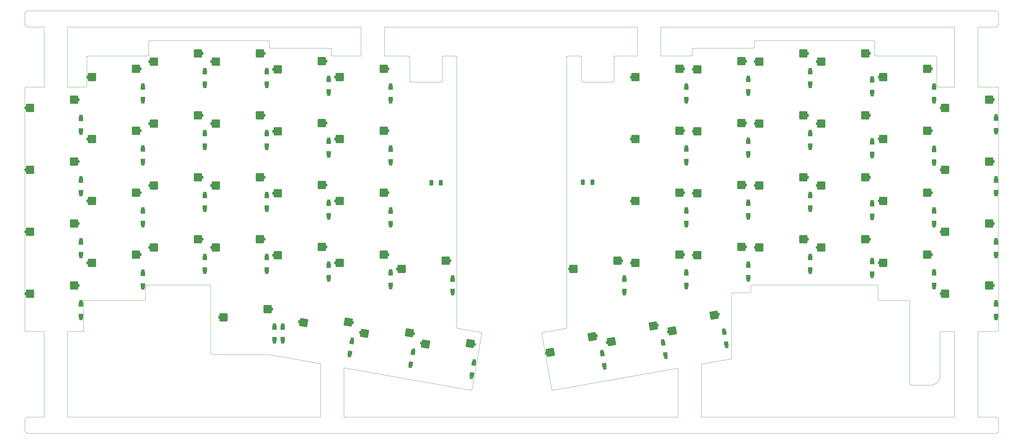
<source format=gbp>
G04 #@! TF.GenerationSoftware,KiCad,Pcbnew,7.0.6*
G04 #@! TF.CreationDate,2024-01-13T20:54:37+09:00*
G04 #@! TF.ProjectId,SumNight57,53756d4e-6967-4687-9435-372e6b696361,rev?*
G04 #@! TF.SameCoordinates,Original*
G04 #@! TF.FileFunction,Paste,Bot*
G04 #@! TF.FilePolarity,Positive*
%FSLAX46Y46*%
G04 Gerber Fmt 4.6, Leading zero omitted, Abs format (unit mm)*
G04 Created by KiCad (PCBNEW 7.0.6) date 2024-01-13 20:54:37*
%MOMM*%
%LPD*%
G01*
G04 APERTURE LIST*
G04 Aperture macros list*
%AMRoundRect*
0 Rectangle with rounded corners*
0 $1 Rounding radius*
0 $2 $3 $4 $5 $6 $7 $8 $9 X,Y pos of 4 corners*
0 Add a 4 corners polygon primitive as box body*
4,1,4,$2,$3,$4,$5,$6,$7,$8,$9,$2,$3,0*
0 Add four circle primitives for the rounded corners*
1,1,$1+$1,$2,$3*
1,1,$1+$1,$4,$5*
1,1,$1+$1,$6,$7*
1,1,$1+$1,$8,$9*
0 Add four rect primitives between the rounded corners*
20,1,$1+$1,$2,$3,$4,$5,0*
20,1,$1+$1,$4,$5,$6,$7,0*
20,1,$1+$1,$6,$7,$8,$9,0*
20,1,$1+$1,$8,$9,$2,$3,0*%
%AMFreePoly0*
4,1,5,0.300000,-0.500000,-0.300000,-0.500000,-0.300000,0.500000,0.300000,0.500000,0.300000,-0.500000,0.300000,-0.500000,$1*%
%AMFreePoly1*
4,1,5,0.700000,-0.650000,-0.700000,-0.650000,-0.700000,0.650000,0.700000,0.650000,0.700000,-0.650000,0.700000,-0.650000,$1*%
G04 Aperture macros list end*
%ADD10C,1.000000*%
%ADD11RoundRect,0.250000X1.025000X1.000000X-1.025000X1.000000X-1.025000X-1.000000X1.025000X-1.000000X0*%
%ADD12RoundRect,0.250000X-1.025000X-1.000000X1.025000X-1.000000X1.025000X1.000000X-1.025000X1.000000X0*%
%ADD13FreePoly0,90.000000*%
%ADD14FreePoly1,270.000000*%
%ADD15RoundRect,0.250000X0.312500X0.625000X-0.312500X0.625000X-0.312500X-0.625000X0.312500X-0.625000X0*%
%ADD16FreePoly0,80.000000*%
%ADD17FreePoly1,260.000000*%
%ADD18RoundRect,0.250000X1.183076X0.806818X-0.835780X1.162797X-1.183076X-0.806818X0.835780X-1.162797X0*%
%ADD19RoundRect,0.250000X-1.183076X-0.806818X0.835780X-1.162797X1.183076X0.806818X-0.835780X1.162797X0*%
%ADD20FreePoly0,100.000000*%
%ADD21FreePoly1,280.000000*%
%ADD22RoundRect,0.250000X0.835780X1.162797X-1.183076X0.806818X-0.835780X-1.162797X1.183076X-0.806818X0*%
%ADD23RoundRect,0.250000X-0.835780X-1.162797X1.183076X-0.806818X0.835780X1.162797X-1.183076X0.806818X0*%
%ADD24RoundRect,0.250000X-0.312500X-0.625000X0.312500X-0.625000X0.312500X0.625000X-0.312500X0.625000X0*%
G04 #@! TA.AperFunction,Profile*
%ADD25C,0.105833*%
G04 #@! TD*
G04 APERTURE END LIST*
D10*
X65369974Y-117871144D03*
D11*
X66619974Y-117871144D03*
D12*
X80119974Y-115331144D03*
D10*
X81394974Y-115331144D03*
X194419974Y-103583644D03*
D11*
X195669974Y-103583644D03*
D12*
X209169974Y-101043644D03*
D10*
X210444974Y-101043644D03*
D13*
X230367474Y-70892394D03*
D14*
X230367474Y-69917394D03*
X230367474Y-66367394D03*
D13*
X230367474Y-65392394D03*
X120367474Y-73273644D03*
D14*
X120367474Y-72298644D03*
X120367474Y-68748644D03*
D13*
X120367474Y-67773644D03*
D10*
X232519974Y-98821144D03*
D11*
X233769974Y-98821144D03*
D12*
X247269974Y-96281144D03*
D10*
X248544974Y-96281144D03*
X289669974Y-75008644D03*
D11*
X290919974Y-75008644D03*
D12*
X304419974Y-72468644D03*
D10*
X305694974Y-72468644D03*
D15*
X135791474Y-97986894D03*
X132866474Y-97986894D03*
D16*
X126421045Y-154700020D03*
D17*
X126590351Y-153739833D03*
X127206803Y-150243765D03*
D16*
X127376109Y-149283578D03*
D10*
X92372732Y-140786258D03*
D18*
X93603742Y-141003319D03*
D19*
X107339713Y-140846157D03*
D10*
X108595343Y-141067559D03*
D13*
X25117474Y-82928644D03*
D14*
X25117474Y-81953644D03*
X25117474Y-78403644D03*
D13*
X25117474Y-77428644D03*
X120367474Y-130423644D03*
D14*
X120367474Y-129448644D03*
X120367474Y-125898644D03*
D13*
X120367474Y-124923644D03*
D20*
X223772865Y-148522843D03*
D21*
X223603559Y-147562656D03*
X222987107Y-144066588D03*
D20*
X222817801Y-143106401D03*
D10*
X46319974Y-60721144D03*
D11*
X47569974Y-60721144D03*
D12*
X61069974Y-58181144D03*
D10*
X62344974Y-58181144D03*
X122519974Y-124514894D03*
D11*
X123769974Y-124514894D03*
D12*
X137269974Y-121974894D03*
D10*
X138544974Y-121974894D03*
X67750974Y-139437644D03*
D11*
X69000974Y-139437644D03*
D12*
X82500974Y-136897644D03*
D10*
X83775974Y-136897644D03*
D13*
X230367474Y-128042394D03*
D14*
X230367474Y-127067394D03*
X230367474Y-123517394D03*
D13*
X230367474Y-122542394D03*
X25117474Y-101848644D03*
D14*
X25117474Y-100873644D03*
X25117474Y-97323644D03*
D13*
X25117474Y-96348644D03*
X87188474Y-147092394D03*
D14*
X87188474Y-146117394D03*
X87188474Y-142567394D03*
D13*
X87188474Y-141592394D03*
D10*
X27269974Y-122633644D03*
D11*
X28519974Y-122633644D03*
D12*
X42019974Y-120093644D03*
D10*
X43294974Y-120093644D03*
D13*
X287517474Y-130423644D03*
D14*
X287517474Y-129448644D03*
X287517474Y-125898644D03*
D13*
X287517474Y-124923644D03*
D10*
X8219974Y-75008644D03*
D11*
X9469974Y-75008644D03*
D12*
X22969974Y-72468644D03*
D10*
X24244974Y-72468644D03*
X27269974Y-65483644D03*
D11*
X28519974Y-65483644D03*
D12*
X42019974Y-62943644D03*
D10*
X43294974Y-62943644D03*
D13*
X287517474Y-92453644D03*
D14*
X287517474Y-91478644D03*
X287517474Y-87928644D03*
D13*
X287517474Y-86953644D03*
X82267474Y-106611144D03*
D14*
X82267474Y-105636144D03*
X82267474Y-102086144D03*
D13*
X82267474Y-101111144D03*
X249417474Y-87561144D03*
D14*
X249417474Y-86586144D03*
X249417474Y-83036144D03*
D13*
X249417474Y-82061144D03*
D10*
X270619974Y-84533644D03*
D11*
X271869974Y-84533644D03*
D12*
X285369974Y-81993644D03*
D10*
X286644974Y-81993644D03*
X213469974Y-101202394D03*
D11*
X214719974Y-101202394D03*
D12*
X228219974Y-98662394D03*
D10*
X229494974Y-98662394D03*
D13*
X101317474Y-70892394D03*
D14*
X101317474Y-69917394D03*
X101317474Y-66367394D03*
D13*
X101317474Y-65392394D03*
X249417474Y-68511144D03*
D14*
X249417474Y-67536144D03*
X249417474Y-63986144D03*
D13*
X249417474Y-63011144D03*
D10*
X251569974Y-117871144D03*
D11*
X252819974Y-117871144D03*
D12*
X266319974Y-115331144D03*
D10*
X267594974Y-115331144D03*
D13*
X63217474Y-106611144D03*
D14*
X63217474Y-105636144D03*
X63217474Y-102086144D03*
D13*
X63217474Y-101111144D03*
X63217474Y-87561144D03*
D14*
X63217474Y-86586144D03*
X63217474Y-83036144D03*
D13*
X63217474Y-82061144D03*
X287517474Y-111373644D03*
D14*
X287517474Y-110398644D03*
X287517474Y-106848644D03*
D13*
X287517474Y-105873644D03*
D16*
X145182077Y-158008132D03*
D17*
X145351383Y-157047945D03*
X145967835Y-153551877D03*
D16*
X146137141Y-152591690D03*
D10*
X46319974Y-79771144D03*
D11*
X47569974Y-79771144D03*
D12*
X61069974Y-77231144D03*
D10*
X62344974Y-77231144D03*
X232519974Y-79771144D03*
D11*
X233769974Y-79771144D03*
D12*
X247269974Y-77231144D03*
D10*
X248544974Y-77231144D03*
X194419974Y-122633644D03*
D11*
X195669974Y-122633644D03*
D12*
X209169974Y-120093644D03*
D10*
X210444974Y-120093644D03*
X103469974Y-122633644D03*
D11*
X104719974Y-122633644D03*
D12*
X118219974Y-120093644D03*
D10*
X119494974Y-120093644D03*
X103469974Y-84533644D03*
D11*
X104719974Y-84533644D03*
D12*
X118219974Y-81993644D03*
D10*
X119494974Y-81993644D03*
D13*
X230367474Y-89942394D03*
D14*
X230367474Y-88967394D03*
X230367474Y-85417394D03*
D13*
X230367474Y-84442394D03*
X25117474Y-120898644D03*
D14*
X25117474Y-119923644D03*
X25117474Y-116373644D03*
D13*
X25117474Y-115398644D03*
X44167474Y-130553644D03*
D14*
X44167474Y-129578644D03*
X44167474Y-126028644D03*
D13*
X44167474Y-125053644D03*
D10*
X289669974Y-132158644D03*
D11*
X290919974Y-132158644D03*
D12*
X304419974Y-129618644D03*
D10*
X305694974Y-129618644D03*
D13*
X25117474Y-139948644D03*
D14*
X25117474Y-138973644D03*
X25117474Y-135423644D03*
D13*
X25117474Y-134448644D03*
D10*
X270619974Y-65483644D03*
D11*
X271869974Y-65483644D03*
D12*
X285369974Y-62943644D03*
D10*
X286644974Y-62943644D03*
X232519974Y-117871144D03*
D11*
X233769974Y-117871144D03*
D12*
X247269974Y-115331144D03*
D10*
X248544974Y-115331144D03*
X46319974Y-117871144D03*
D11*
X47569974Y-117871144D03*
D12*
X61069974Y-115331144D03*
D10*
X62344974Y-115331144D03*
D13*
X211317474Y-130423644D03*
D14*
X211317474Y-129448644D03*
X211317474Y-125898644D03*
D13*
X211317474Y-124923644D03*
D10*
X205779358Y-143785410D03*
D22*
X207010367Y-143568350D03*
D23*
X219864206Y-138722688D03*
D10*
X221119836Y-138501287D03*
X270619974Y-122633644D03*
D11*
X271869974Y-122633644D03*
D12*
X285369974Y-120093644D03*
D10*
X286644974Y-120093644D03*
X194419974Y-84533644D03*
D11*
X195669974Y-84533644D03*
D12*
X209169974Y-81993644D03*
D10*
X210444974Y-81993644D03*
X213469974Y-82152394D03*
D11*
X214719974Y-82152394D03*
D12*
X228219974Y-79612394D03*
D10*
X229494974Y-79612394D03*
D13*
X306567474Y-82798644D03*
D14*
X306567474Y-81823644D03*
X306567474Y-78273644D03*
D13*
X306567474Y-77298644D03*
X63217474Y-125661144D03*
D14*
X63217474Y-124686144D03*
X63217474Y-121136144D03*
D13*
X63217474Y-120161144D03*
D10*
X84419974Y-101202394D03*
D11*
X85669974Y-101202394D03*
D12*
X99169974Y-98662394D03*
D10*
X100444974Y-98662394D03*
X289669974Y-113108644D03*
D11*
X290919974Y-113108644D03*
D12*
X304419974Y-110568644D03*
D10*
X305694974Y-110568644D03*
X232519974Y-60721144D03*
D11*
X233769974Y-60721144D03*
D12*
X247269974Y-58181144D03*
D10*
X248544974Y-58181144D03*
X84419974Y-63102394D03*
D11*
X85669974Y-63102394D03*
D12*
X99169974Y-60562394D03*
D10*
X100444974Y-60562394D03*
X251569974Y-98821144D03*
D11*
X252819974Y-98821144D03*
D12*
X266319974Y-96281144D03*
D10*
X267594974Y-96281144D03*
X8219974Y-132158644D03*
D11*
X9469974Y-132158644D03*
D12*
X22969974Y-129618644D03*
D10*
X24244974Y-129618644D03*
D13*
X101317474Y-108992394D03*
D14*
X101317474Y-108017394D03*
X101317474Y-104467394D03*
D13*
X101317474Y-103492394D03*
X82267474Y-87561144D03*
D14*
X82267474Y-86586144D03*
X82267474Y-83036144D03*
D13*
X82267474Y-82061144D03*
D10*
X103469974Y-103583644D03*
D11*
X104719974Y-103583644D03*
D12*
X118219974Y-101043644D03*
D10*
X119494974Y-101043644D03*
D13*
X44167474Y-73273644D03*
D14*
X44167474Y-72298644D03*
X44167474Y-68748644D03*
D13*
X44167474Y-67773644D03*
D10*
X289669974Y-94058644D03*
D11*
X290919974Y-94058644D03*
D12*
X304419974Y-91518644D03*
D10*
X305694974Y-91518644D03*
X27269974Y-84533644D03*
D11*
X28519974Y-84533644D03*
D12*
X42019974Y-81993644D03*
D10*
X43294974Y-81993644D03*
D13*
X306567474Y-101848644D03*
D14*
X306567474Y-100873644D03*
X306567474Y-97323644D03*
D13*
X306567474Y-96348644D03*
X82267474Y-68511144D03*
D14*
X82267474Y-67536144D03*
X82267474Y-63986144D03*
D13*
X82267474Y-63011144D03*
D10*
X270619974Y-103583644D03*
D11*
X271869974Y-103583644D03*
D12*
X285369974Y-101043644D03*
D10*
X286644974Y-101043644D03*
D24*
X179475474Y-97859894D03*
X182400474Y-97859894D03*
D13*
X230367474Y-108992394D03*
D14*
X230367474Y-108017394D03*
X230367474Y-104467394D03*
D13*
X230367474Y-103492394D03*
X306567474Y-139948644D03*
D14*
X306567474Y-138973644D03*
X306567474Y-135423644D03*
D13*
X306567474Y-134448644D03*
D10*
X84419974Y-120252394D03*
D11*
X85669974Y-120252394D03*
D12*
X99169974Y-117712394D03*
D10*
X100444974Y-117712394D03*
D13*
X211317474Y-92323644D03*
D14*
X211317474Y-91348644D03*
X211317474Y-87798644D03*
D13*
X211317474Y-86823644D03*
X101317474Y-89942394D03*
D14*
X101317474Y-88967394D03*
X101317474Y-85417394D03*
D13*
X101317474Y-84442394D03*
X63217474Y-68511144D03*
D14*
X63217474Y-67536144D03*
X63217474Y-63986144D03*
D13*
X63217474Y-63011144D03*
X287517474Y-73273644D03*
D14*
X287517474Y-72298644D03*
X287517474Y-68748644D03*
D13*
X287517474Y-67773644D03*
D10*
X251569974Y-60721144D03*
D11*
X252819974Y-60721144D03*
D12*
X266319974Y-58181144D03*
D10*
X267594974Y-58181144D03*
D20*
X186250863Y-155138848D03*
D21*
X186081557Y-154178661D03*
X185465105Y-150682593D03*
D20*
X185295799Y-149722406D03*
D10*
X111132974Y-144094148D03*
D18*
X112363984Y-144311209D03*
D19*
X126099955Y-144154047D03*
D10*
X127355585Y-144375449D03*
D13*
X139417474Y-132304894D03*
D14*
X139417474Y-131329894D03*
X139417474Y-127779894D03*
D13*
X139417474Y-126804894D03*
D10*
X213469974Y-120252394D03*
D11*
X214719974Y-120252394D03*
D12*
X228219974Y-117712394D03*
D10*
X229494974Y-117712394D03*
D13*
X44167474Y-111373644D03*
D14*
X44167474Y-110398644D03*
X44167474Y-106848644D03*
D13*
X44167474Y-105873644D03*
X82267474Y-125661144D03*
D14*
X82267474Y-124686144D03*
X82267474Y-121136144D03*
D13*
X82267474Y-120161144D03*
D10*
X213469974Y-63102394D03*
D11*
X214719974Y-63102394D03*
D12*
X228219974Y-60562394D03*
D10*
X229494974Y-60562394D03*
D16*
X107660803Y-151392131D03*
D17*
X107830109Y-150431944D03*
X108446561Y-146935876D03*
D16*
X108615867Y-145975689D03*
D10*
X65369974Y-98821144D03*
D11*
X66619974Y-98821144D03*
D12*
X80119974Y-96281144D03*
D10*
X81394974Y-96281144D03*
X8219974Y-94058644D03*
D11*
X9469974Y-94058644D03*
D12*
X22969974Y-91518644D03*
D10*
X24244974Y-91518644D03*
D13*
X306567474Y-120898644D03*
D14*
X306567474Y-119923644D03*
X306567474Y-116373644D03*
D13*
X306567474Y-115398644D03*
X84648474Y-147092394D03*
D14*
X84648474Y-146117394D03*
X84648474Y-142567394D03*
D13*
X84648474Y-141592394D03*
D10*
X175369974Y-124514894D03*
D11*
X176619974Y-124514894D03*
D12*
X190119974Y-121974894D03*
D10*
X191394974Y-121974894D03*
D13*
X268467474Y-71051144D03*
D14*
X268467474Y-70076144D03*
X268467474Y-66526144D03*
D13*
X268467474Y-65551144D03*
D10*
X65369974Y-79771144D03*
D11*
X66619974Y-79771144D03*
D12*
X80119974Y-77231144D03*
D10*
X81394974Y-77231144D03*
X84419974Y-82152394D03*
D11*
X85669974Y-82152394D03*
D12*
X99169974Y-79612394D03*
D10*
X100444974Y-79612394D03*
X46319974Y-98821144D03*
D11*
X47569974Y-98821144D03*
D12*
X61069974Y-96281144D03*
D10*
X62344974Y-96281144D03*
D20*
X205011895Y-151830735D03*
D21*
X204842589Y-150870548D03*
X204226137Y-147374480D03*
D20*
X204056831Y-146414293D03*
D10*
X27269974Y-103583644D03*
D11*
X28519974Y-103583644D03*
D12*
X42019974Y-101043644D03*
D10*
X43294974Y-101043644D03*
D13*
X268467474Y-90101144D03*
D14*
X268467474Y-89126144D03*
X268467474Y-85576144D03*
D13*
X268467474Y-84601144D03*
X120367474Y-92377394D03*
D14*
X120367474Y-91402394D03*
X120367474Y-87852394D03*
D13*
X120367474Y-86877394D03*
X211317474Y-73273644D03*
D14*
X211317474Y-72298644D03*
X211317474Y-68748644D03*
D13*
X211317474Y-67773644D03*
D10*
X8219974Y-113108644D03*
D11*
X9469974Y-113108644D03*
D12*
X22969974Y-110568644D03*
D10*
X24244974Y-110568644D03*
X251569974Y-79771144D03*
D11*
X252819974Y-79771144D03*
D12*
X266319974Y-77231144D03*
D10*
X267594974Y-77231144D03*
D13*
X192267474Y-132304894D03*
D14*
X192267474Y-131329894D03*
X192267474Y-127779894D03*
D13*
X192267474Y-126804894D03*
X268467474Y-109151144D03*
D14*
X268467474Y-108176144D03*
X268467474Y-104626144D03*
D13*
X268467474Y-103651144D03*
X249417474Y-106611144D03*
D14*
X249417474Y-105636144D03*
X249417474Y-102086144D03*
D13*
X249417474Y-101111144D03*
X44167474Y-92323644D03*
D14*
X44167474Y-91348644D03*
X44167474Y-87798644D03*
D13*
X44167474Y-86823644D03*
X268467474Y-126931144D03*
D14*
X268467474Y-125956144D03*
X268467474Y-122406144D03*
D13*
X268467474Y-121431144D03*
X120367474Y-111427394D03*
D14*
X120367474Y-110452394D03*
X120367474Y-106902394D03*
D13*
X120367474Y-105927394D03*
D10*
X103469974Y-65483644D03*
D11*
X104719974Y-65483644D03*
D12*
X118219974Y-62943644D03*
D10*
X119494974Y-62943644D03*
X168257356Y-150401415D03*
D22*
X169488365Y-150184355D03*
D23*
X182342204Y-145338693D03*
D10*
X183597834Y-145117292D03*
X65369974Y-60721144D03*
D11*
X66619974Y-60721144D03*
D12*
X80119974Y-58181144D03*
D10*
X81394974Y-58181144D03*
X187018388Y-147093303D03*
D22*
X188249397Y-146876243D03*
D23*
X201103236Y-142030581D03*
D10*
X202358866Y-141809180D03*
D13*
X101317474Y-128042394D03*
D14*
X101317474Y-127067394D03*
X101317474Y-123517394D03*
D13*
X101317474Y-122542394D03*
X211317474Y-111373644D03*
D14*
X211317474Y-110398644D03*
X211317474Y-106848644D03*
D13*
X211317474Y-105873644D03*
D10*
X129894006Y-147402260D03*
D18*
X131125016Y-147619321D03*
D19*
X144860987Y-147462159D03*
D10*
X146116617Y-147683561D03*
D13*
X249417474Y-125661144D03*
D14*
X249417474Y-124686144D03*
X249417474Y-121136144D03*
D13*
X249417474Y-120161144D03*
D10*
X194419974Y-65483644D03*
D11*
X195669974Y-65483644D03*
D12*
X209169974Y-62943644D03*
D10*
X210444974Y-62943644D03*
D25*
X135780847Y-66987676D02*
X135805038Y-66982090D01*
X307133684Y-143637152D02*
X307113403Y-143650162D01*
X178765137Y-59056760D02*
X178786394Y-59068783D01*
X169838262Y-161439291D02*
X169830784Y-161415200D01*
X179088488Y-66733330D02*
X179100511Y-66754588D01*
X140682519Y-59349230D02*
X140689261Y-59372944D01*
X306456438Y-175053883D02*
X306405670Y-175057745D01*
X7904512Y-143439323D02*
X7894506Y-143417183D01*
X289703595Y-143732746D02*
X289679397Y-143738332D01*
X174425644Y-142568406D02*
X174436838Y-142550094D01*
X213553462Y-56619258D02*
X213578858Y-56617325D01*
X306927964Y-68528363D02*
X306952120Y-68532573D01*
X178743345Y-59045804D02*
X178765137Y-59056760D01*
X307338285Y-143347554D02*
X307331553Y-143371267D01*
X83005597Y-54518685D02*
X83015614Y-54540825D01*
X307293339Y-174402836D02*
X307275436Y-174448255D01*
X270089852Y-129564406D02*
X270071138Y-129548281D01*
X174575603Y-59241241D02*
X174588670Y-59220537D01*
X232160429Y-54659236D02*
X232164823Y-54634631D01*
X189068787Y-59305782D02*
X189078804Y-59283642D01*
X145329455Y-161528983D02*
X145316695Y-161549785D01*
X225534550Y-131845598D02*
X225511807Y-131854371D01*
X225467724Y-131875200D02*
X225446465Y-131887223D01*
X307349130Y-49158349D02*
X307343075Y-49207189D01*
X65520417Y-150828299D02*
X65498128Y-150818425D01*
X140899017Y-142694338D02*
X140916328Y-142707153D01*
X231463139Y-129473127D02*
X231440850Y-129483000D01*
X105954737Y-154919016D02*
X105954737Y-170059137D01*
X269140919Y-54418537D02*
X269156047Y-54437963D01*
X102107452Y-58549169D02*
X102110634Y-58574196D01*
X213055402Y-58714818D02*
X213065418Y-58692673D01*
X269324970Y-58754667D02*
X269338042Y-58775350D01*
X224876416Y-152156795D02*
X224855474Y-152163984D01*
X225195242Y-151776703D02*
X225190851Y-151798292D01*
X231283825Y-129599492D02*
X231267705Y-129618206D01*
X7940577Y-143502092D02*
X7927579Y-143481809D01*
X307333699Y-45857886D02*
X307342493Y-45907142D01*
X144809932Y-161770655D02*
X105954737Y-154919016D01*
X225203196Y-132316240D02*
X225203196Y-151687578D01*
X307125688Y-45423262D02*
X307155370Y-45461042D01*
X179019963Y-59399958D02*
X179024173Y-59424100D01*
X145221517Y-161658301D02*
X145202891Y-161673435D01*
X8855365Y-170059137D02*
X13755083Y-170059137D01*
X270437335Y-134084429D02*
X270418622Y-134068304D01*
X174505190Y-59473065D02*
X174507030Y-59448482D01*
X26832776Y-68282282D02*
X26844819Y-68261349D01*
X225446465Y-131887223D02*
X225425781Y-131900295D01*
X307212277Y-49572910D02*
X307186129Y-49614268D01*
X280035334Y-159979104D02*
X280024288Y-159957549D01*
X307061198Y-170351938D02*
X307095416Y-170387897D01*
X189428661Y-59010552D02*
X189453264Y-59006152D01*
X230892844Y-131756057D02*
X230871292Y-131767092D01*
X148108246Y-144054313D02*
X148129038Y-144067072D01*
X270562827Y-134159590D02*
X270540540Y-134149716D01*
X27087046Y-59112135D02*
X27105928Y-59097289D01*
X148086748Y-144042537D02*
X148108246Y-144054313D01*
X44732455Y-134113868D02*
X44711772Y-134126934D01*
X7933824Y-45670140D02*
X7953849Y-45625837D01*
X126015398Y-59127211D02*
X126033374Y-59144320D01*
X289468078Y-143852513D02*
X289450705Y-143869070D01*
X174504065Y-142321417D02*
X174504573Y-142298769D01*
X25664302Y-143650162D02*
X25643369Y-143662205D01*
X64784415Y-129520800D02*
X64764134Y-129507802D01*
X46309641Y-54257010D02*
X46333173Y-54250485D01*
X279985120Y-159841553D02*
X279980720Y-159816929D01*
X269876211Y-129450174D02*
X269852345Y-129444799D01*
X8756504Y-50054711D02*
X8707661Y-50048639D01*
X230654673Y-131816362D02*
X225703089Y-131816362D01*
X125848446Y-59027156D02*
X125871189Y-59035930D01*
X45027360Y-129676080D02*
X45015328Y-129697014D01*
X203454493Y-58998978D02*
X212604838Y-58997919D01*
X136179292Y-66523661D02*
X136179942Y-66497955D01*
X8051465Y-49654383D02*
X8023269Y-49614268D01*
X307331553Y-143371267D02*
X307323697Y-143394487D01*
X232268772Y-54417428D02*
X232284480Y-54399286D01*
X287859831Y-159806358D02*
X287734200Y-159878590D01*
X288388004Y-68300324D02*
X288402107Y-68320391D01*
X45884283Y-58754667D02*
X45896307Y-58733409D01*
X280303064Y-160210331D02*
X280280367Y-160201385D01*
X25481266Y-143716817D02*
X25456262Y-143719999D01*
X8113889Y-49730557D02*
X8081684Y-49693173D01*
X188931411Y-66795337D02*
X188945520Y-66775270D01*
X25704186Y-143623209D02*
X25684585Y-143637152D01*
X65434396Y-150782370D02*
X65414330Y-150768262D01*
X64944443Y-129697014D02*
X64932411Y-129676080D01*
X102032454Y-56857443D02*
X102044497Y-56878376D01*
X232416216Y-54295805D02*
X232437772Y-54284759D01*
X213019304Y-58777588D02*
X213032313Y-58757307D01*
X8026023Y-45500253D02*
X8053903Y-45461042D01*
X8605387Y-45090831D02*
X8653778Y-45079665D01*
X8384374Y-49941685D02*
X8341828Y-49917608D01*
X7953849Y-170625625D02*
X7975933Y-170582501D01*
X148357204Y-144472817D02*
X148357260Y-144497831D01*
X46053192Y-54437963D02*
X46068316Y-54418537D01*
X140504058Y-59097289D02*
X140522956Y-59112135D01*
X135805038Y-66982090D02*
X135828764Y-66975349D01*
X232170401Y-54610456D02*
X232177134Y-54586742D01*
X25943083Y-134506551D02*
X25934309Y-134529295D01*
X269945643Y-129473127D02*
X269922900Y-129464354D01*
X231913906Y-56544256D02*
X231934189Y-56531247D01*
X136050132Y-66833985D02*
X136065839Y-66815843D01*
X307048770Y-143683268D02*
X307026067Y-143692225D01*
X270253609Y-129910203D02*
X270251780Y-129885578D01*
X8336723Y-170203907D02*
X8378605Y-170179828D01*
X166972027Y-144161509D02*
X166988484Y-144143255D01*
X188900161Y-66833460D02*
X188916286Y-66814747D01*
X269828185Y-129440590D02*
X269803771Y-129437563D01*
X269632296Y-58982864D02*
X269656156Y-58988240D01*
X225511807Y-131854371D02*
X225489518Y-131864244D01*
X102345645Y-58925583D02*
X102366580Y-58937615D01*
X27328918Y-59003684D02*
X27353945Y-59000502D01*
X82998920Y-150871247D02*
X82998947Y-150871240D01*
X8296145Y-170229918D02*
X8336723Y-170203907D01*
X140280943Y-59003684D02*
X140305575Y-59008083D01*
X125825288Y-59019499D02*
X125848446Y-59027156D01*
X189030126Y-59474567D02*
X189032058Y-59449197D01*
X44949555Y-133771590D02*
X44945345Y-133795771D01*
X64955478Y-129718570D02*
X64944443Y-129697014D01*
X306787645Y-45157957D02*
X306830753Y-45180040D01*
X101864109Y-56689092D02*
X101884391Y-56702101D01*
X144860735Y-161776933D02*
X144835388Y-161774452D01*
X7856473Y-49109088D02*
X7855243Y-49059488D01*
X203454493Y-50059610D02*
X203454493Y-58998978D01*
X279975606Y-159766506D02*
X279974955Y-159740770D01*
X212655916Y-58995340D02*
X212680920Y-58992163D01*
X141095900Y-142786798D02*
X141118129Y-142791246D01*
X83077418Y-56265362D02*
X83085283Y-56288583D01*
X174602758Y-59200451D02*
X174617852Y-59181025D01*
X307026432Y-174799265D02*
X306990154Y-174830696D01*
X144910948Y-161778049D02*
X144885933Y-161778124D01*
X140971670Y-142741124D02*
X140991187Y-142750877D01*
X46198399Y-54306296D02*
X46219657Y-54294272D01*
X231990818Y-56486740D02*
X232008183Y-56470183D01*
X179058882Y-66666505D02*
X179067656Y-66689248D01*
X140705518Y-142321417D02*
X140707024Y-142343834D01*
X83316629Y-56556299D02*
X83338182Y-56567345D01*
X25576980Y-143692225D02*
X25553759Y-143700090D01*
X46138240Y-54348600D02*
X46157650Y-54333476D01*
X230871292Y-131767092D02*
X230849153Y-131777099D01*
X174526250Y-59352567D02*
X174533930Y-59329400D01*
X270170292Y-129657684D02*
X270156186Y-129637617D01*
X231755478Y-56606510D02*
X231779652Y-56600924D01*
X148018272Y-144013476D02*
X148041735Y-144022083D01*
X25405186Y-143722582D02*
X20954907Y-143722582D01*
X279623789Y-134220065D02*
X279600061Y-134213332D01*
X26723197Y-68408792D02*
X26741339Y-68393084D01*
X174504573Y-59497805D02*
X174505190Y-59473065D01*
X8605387Y-170090618D02*
X8653778Y-170079452D01*
X213074375Y-58669970D02*
X213082240Y-58646739D01*
X270232645Y-129789610D02*
X270224989Y-129766452D01*
X279952496Y-134548785D02*
X279944642Y-134525554D01*
X7951160Y-49486798D02*
X7931399Y-49442206D01*
X307322534Y-174308901D02*
X307309059Y-174356364D01*
X7866764Y-45907142D02*
X7875558Y-45857886D01*
X140821877Y-142620152D02*
X140835983Y-142636259D01*
X230755351Y-131806212D02*
X230730747Y-131810606D01*
X136511287Y-59027156D02*
X136534446Y-59019499D01*
X307323697Y-143394487D02*
X307314751Y-143417183D01*
X102325362Y-58912585D02*
X102345645Y-58925583D01*
X178865260Y-59127211D02*
X178883235Y-59144320D01*
X26805824Y-68322161D02*
X26819767Y-68302564D01*
X25905072Y-134697847D02*
X25905072Y-143222696D01*
X25758580Y-143576088D02*
X25741215Y-143592645D01*
X225405713Y-131914401D02*
X225386300Y-131929524D01*
X269312947Y-58733409D02*
X269324970Y-58754667D01*
X225202689Y-151710226D02*
X225201181Y-151732646D01*
X166988484Y-144143255D02*
X167005771Y-144125888D01*
X269301991Y-58711616D02*
X269312947Y-58733409D01*
X83052343Y-54684240D02*
X83054276Y-54709610D01*
X83032435Y-54586742D02*
X83039176Y-54610456D01*
X212729701Y-58982190D02*
X212753415Y-58975458D01*
X179360986Y-66968603D02*
X179384143Y-66976261D01*
X225135461Y-151938992D02*
X225124268Y-151957315D01*
X231164231Y-129837008D02*
X231160021Y-129861166D01*
X307333699Y-174260510D02*
X307322534Y-174308901D01*
X179212742Y-66884670D02*
X179232152Y-66899794D01*
X231252585Y-129637617D02*
X231238481Y-129657684D01*
X270338177Y-133975031D02*
X270325102Y-133954350D01*
X145143001Y-161713268D02*
X145121822Y-161724605D01*
X231934189Y-56531247D02*
X231953790Y-56517304D01*
X126108913Y-59241241D02*
X126120937Y-59262521D01*
X82999040Y-150871200D02*
X82999061Y-150871187D01*
X102120620Y-58623012D02*
X102127361Y-58646739D01*
X307354014Y-171059259D02*
X307354014Y-174058924D01*
X213065418Y-58692673D02*
X213074375Y-58669970D01*
X82999080Y-150871173D02*
X82999099Y-150871158D01*
X83554812Y-56616674D02*
X101604991Y-56616674D01*
X145031997Y-161759578D02*
X145008445Y-161765601D01*
X25832653Y-143481809D02*
X25819644Y-143502092D01*
X225241210Y-132125078D02*
X225232435Y-132147836D01*
X135874698Y-66958528D02*
X135896843Y-66948511D01*
X270729304Y-134196990D02*
X270704682Y-134195161D01*
X82999185Y-150871077D02*
X82999219Y-150871043D01*
X45955763Y-54710576D02*
X45957591Y-54685994D01*
X25894907Y-143323379D02*
X25889321Y-143347554D01*
X145121822Y-161724605D02*
X145100095Y-161734930D01*
X288319139Y-68144869D02*
X288325662Y-68168401D01*
X279944642Y-134525554D02*
X279935696Y-134502850D01*
X45429172Y-129436115D02*
X45403775Y-129438044D01*
X212843026Y-58937615D02*
X212863960Y-58925583D01*
X307026432Y-45319130D02*
X307061156Y-45352243D01*
X174492227Y-142409464D02*
X174496618Y-142387881D01*
X140464148Y-59070337D02*
X140484445Y-59083345D01*
X188579005Y-66995399D02*
X188603418Y-66992371D01*
X83054927Y-54735316D02*
X83054927Y-56116789D01*
X26927655Y-59349230D02*
X26935511Y-59326009D01*
X269967931Y-129483000D02*
X269945643Y-129473127D01*
X188674974Y-66976261D02*
X188698131Y-66968603D01*
X307304745Y-143439323D02*
X307293710Y-143460876D01*
X174113669Y-142786798D02*
X174135469Y-142781406D01*
X8160489Y-68562207D02*
X8183192Y-68553250D01*
X189175963Y-59146878D02*
X189193328Y-59130321D01*
X65019874Y-150281050D02*
X65014477Y-150257192D01*
X145202891Y-161673435D02*
X145183572Y-161687657D01*
X26003117Y-134400461D02*
X25989010Y-134420527D01*
X8855365Y-50059610D02*
X8805765Y-50058380D01*
X231779652Y-56600924D02*
X231803365Y-56594183D01*
X125753732Y-59003388D02*
X125777891Y-59007598D01*
X83236925Y-56502458D02*
X83255812Y-56517304D01*
X174473611Y-142472163D02*
X174480704Y-142451629D01*
X64905480Y-129636201D02*
X64890644Y-129617319D01*
X289122151Y-158272197D02*
X289068438Y-158408434D01*
X7877704Y-68874206D02*
X7885559Y-68850985D01*
X306501931Y-50048639D02*
X306453090Y-50054711D01*
X212680920Y-58992163D02*
X212705525Y-58987769D01*
X82999447Y-150870906D02*
X82999475Y-150870901D01*
X288612761Y-68484883D02*
X288635520Y-68493656D01*
X140952674Y-142730569D02*
X140971670Y-142741124D01*
X269779144Y-129435735D02*
X269754344Y-129435122D01*
X178675157Y-59019499D02*
X178698314Y-59027156D01*
X179027201Y-59448482D02*
X179029030Y-59473065D01*
X307309059Y-45762031D02*
X307322534Y-45809495D01*
X167215967Y-144005990D02*
X167239888Y-143999879D01*
X189078804Y-59283642D02*
X189089850Y-59262090D01*
X98754901Y-170059137D02*
X98754901Y-153649370D01*
X307322534Y-45809495D02*
X307333699Y-45857886D01*
X167169405Y-144021600D02*
X167192460Y-144013238D01*
X126578980Y-66987676D02*
X126603586Y-66992076D01*
X8703034Y-45070872D02*
X8753093Y-45064513D01*
X126210137Y-66669749D02*
X126219093Y-66692446D01*
X225581239Y-131831416D02*
X225557708Y-131837941D01*
X7855893Y-68997074D02*
X7857822Y-68971703D01*
X288063454Y-59070337D02*
X288083736Y-59083345D01*
X232152090Y-56167865D02*
X232154022Y-56142495D01*
X102104218Y-57090854D02*
X102104869Y-57116560D01*
X45084835Y-129599183D02*
X45069127Y-129617319D01*
X8557924Y-45104306D02*
X8605387Y-45090831D01*
X46068316Y-54418537D02*
X46084441Y-54399813D01*
X224790095Y-152180056D02*
X215954463Y-153737917D01*
X280047378Y-160000037D02*
X280035334Y-159979104D01*
X8116788Y-68583269D02*
X8138343Y-68572223D01*
X45993159Y-54544154D02*
X46003032Y-54521847D01*
X83049162Y-54659236D02*
X83052343Y-54684240D01*
X8053903Y-45461042D02*
X8083591Y-45423262D01*
X45984385Y-54566912D02*
X45993159Y-54544154D01*
X7985053Y-143558723D02*
X7969345Y-143540580D01*
X289319930Y-144097605D02*
X289314343Y-144121781D01*
X189270238Y-59072806D02*
X189291170Y-59060763D01*
X170272809Y-161776874D02*
X170248271Y-161774366D01*
X170153408Y-161752677D02*
X170130696Y-161744468D01*
X8026023Y-170500041D02*
X8053903Y-170460831D01*
X167239888Y-143999879D02*
X167264186Y-143994928D01*
X8653778Y-170079452D02*
X8703034Y-170070659D01*
X140783843Y-142568406D02*
X140795787Y-142586202D01*
X44955024Y-133697725D02*
X44954410Y-133722526D01*
X213528436Y-56622439D02*
X213553462Y-56619258D01*
X307348258Y-143298774D02*
X307343864Y-143323379D01*
X141011206Y-142759806D02*
X141031706Y-142767886D01*
X269253487Y-54710576D02*
X269254100Y-54735316D01*
X270195387Y-129699626D02*
X270183365Y-129678367D01*
X178931593Y-59200451D02*
X178945700Y-59220537D01*
X306930295Y-143716817D02*
X306905269Y-143719999D01*
X288281623Y-59349230D02*
X288288357Y-59372944D01*
X307189614Y-68652188D02*
X307207591Y-68669296D01*
X213104080Y-58523772D02*
X213104731Y-58498035D01*
X83115302Y-56354972D02*
X83127345Y-56375905D01*
X289304179Y-144222467D02*
X289304179Y-157240641D01*
X8219155Y-170287487D02*
X8256935Y-170257799D01*
X83140354Y-56396188D02*
X83154297Y-56415789D01*
X102089119Y-56991700D02*
X102094705Y-57015875D01*
X7953849Y-45625837D02*
X7975933Y-45582713D01*
X307095416Y-49730557D02*
X307061198Y-49766452D01*
X135828764Y-66975349D02*
X135851995Y-66967485D01*
X7866764Y-170906929D02*
X7875558Y-170857673D01*
X148303831Y-144261944D02*
X148314154Y-144283670D01*
X136606007Y-59003388D02*
X136630422Y-59000361D01*
X26530170Y-68507165D02*
X26553884Y-68500433D01*
X188945520Y-66775270D02*
X188958595Y-66754588D01*
X8037094Y-143608363D02*
X8018959Y-143592645D01*
X83054927Y-56116789D02*
X83055578Y-56142495D01*
X280423786Y-160238069D02*
X280398782Y-160234892D01*
X7969345Y-68704892D02*
X7985053Y-68686750D01*
X44977485Y-129786651D02*
X44970752Y-129810378D01*
X64994598Y-129834570D02*
X64989019Y-129810378D01*
X307342493Y-45907142D02*
X307348852Y-45957200D01*
X83169143Y-56434676D02*
X83184861Y-56452818D01*
X140605622Y-59198803D02*
X140619570Y-59218404D01*
X306501931Y-170070107D02*
X306550269Y-170078546D01*
X8355128Y-68522894D02*
X13755083Y-68522894D01*
X8421729Y-174960439D02*
X8378605Y-174938355D01*
X136679850Y-58997919D02*
X140204768Y-58997919D01*
X102388133Y-58948650D02*
X102410274Y-58958656D01*
X140329776Y-59013669D02*
X140353513Y-59020410D01*
X279875697Y-134398338D02*
X279860862Y-134379456D01*
X179039323Y-66595949D02*
X179044699Y-66619815D01*
X225224777Y-132171002D02*
X225218252Y-132194535D01*
X270244544Y-129837008D02*
X270239169Y-129813142D01*
X101922878Y-56730891D02*
X101941020Y-56746608D01*
X101958384Y-56763165D02*
X101974941Y-56780530D01*
X231115237Y-131511112D02*
X231105219Y-131533257D01*
X8115023Y-174731420D02*
X8083591Y-174695133D01*
X101941020Y-56746608D02*
X101958384Y-56763165D01*
X178603601Y-59003388D02*
X178627760Y-59007598D01*
X212922732Y-58883816D02*
X212940874Y-58868109D01*
X148349681Y-144399237D02*
X148353390Y-144423483D01*
X8256935Y-45258011D02*
X8296145Y-45230130D01*
X8000012Y-170540619D02*
X8026023Y-170500041D01*
X44600531Y-134176286D02*
X44576999Y-134182834D01*
X8053903Y-170460831D02*
X8083591Y-170423051D01*
X45945470Y-58596030D02*
X45949680Y-58571870D01*
X140728844Y-142451629D02*
X140735927Y-142472163D01*
X136250817Y-59241241D02*
X136263891Y-59220537D01*
X45711827Y-58927053D02*
X45732531Y-58913979D01*
X289326671Y-144073891D02*
X289319930Y-144097605D01*
X45952707Y-58547458D02*
X45954536Y-58522833D01*
X8611562Y-50029418D02*
X8564469Y-50016339D01*
X26664426Y-68450558D02*
X26684709Y-68437560D01*
X179044699Y-66619815D02*
X179051224Y-66643347D01*
X231337629Y-129548281D02*
X231318911Y-129564406D01*
X189024004Y-66571790D02*
X189027032Y-66547378D01*
X279774235Y-134296871D02*
X279754639Y-134282938D01*
X174400997Y-142603459D02*
X174413690Y-142586202D01*
X306872621Y-174914276D02*
X306830753Y-174938355D01*
X307207656Y-143576088D02*
X307190298Y-143592645D01*
X166852412Y-144451585D02*
X166854757Y-144427269D01*
X8183192Y-143692225D02*
X8160489Y-143683268D01*
X307095416Y-170387897D02*
X307127666Y-170425336D01*
X269031528Y-54319369D02*
X269051590Y-54333476D01*
X270302118Y-133911299D02*
X270292243Y-133889011D01*
X8707661Y-50048639D02*
X8659321Y-50040197D01*
X269476715Y-58913979D02*
X269497421Y-58927053D01*
X170176557Y-161759798D02*
X170153408Y-161752677D01*
X136174186Y-66574035D02*
X136177363Y-66549031D01*
X126400264Y-66912413D02*
X126420547Y-66925422D01*
X169969140Y-161642606D02*
X169952008Y-161625731D01*
X270585568Y-134168364D02*
X270562827Y-134159590D01*
X174563578Y-59262521D02*
X174575603Y-59241241D01*
X174769198Y-59056760D02*
X174791025Y-59045804D01*
X215954463Y-170059137D02*
X293754466Y-170059137D01*
X230803238Y-131793901D02*
X230779525Y-131800633D01*
X26920923Y-59372944D02*
X26927655Y-59349230D01*
X232184989Y-54563521D02*
X232193935Y-54540825D01*
X136016226Y-66867907D02*
X136033583Y-66851350D01*
X289389620Y-143943065D02*
X289376607Y-143963348D01*
X225274065Y-132059677D02*
X225262041Y-132080957D01*
X270292243Y-133889011D02*
X270283467Y-133866269D01*
X8557924Y-175014090D02*
X8511451Y-174998369D01*
X148314154Y-144283670D02*
X148323439Y-144305907D01*
X307343864Y-143323379D02*
X307338285Y-143347554D01*
X279734358Y-134269940D02*
X279713424Y-134257908D01*
X126131894Y-59284335D02*
X126141768Y-59306643D01*
X232529581Y-54251180D02*
X232553774Y-54245594D01*
X7874651Y-49255527D02*
X7866212Y-49207189D01*
X280449157Y-160239998D02*
X280423786Y-160238069D01*
X144835388Y-161774452D02*
X144809932Y-161770655D01*
X45960618Y-54661611D02*
X45964828Y-54637470D01*
X231225410Y-129678367D02*
X231213389Y-129699626D01*
X287855312Y-59000502D02*
X287880338Y-59003684D01*
X125729319Y-59000361D02*
X125753732Y-59003388D01*
X189028862Y-66522753D02*
X189029475Y-66497955D01*
X280374176Y-160230498D02*
X280350000Y-160224919D01*
X280175852Y-160141381D02*
X280156964Y-160126546D01*
X83218783Y-56486740D02*
X83236925Y-56502458D01*
X145316695Y-161549785D02*
X145302988Y-161569854D01*
X213104731Y-57116560D02*
X213105381Y-57090854D01*
X288487146Y-68409724D02*
X288506570Y-68424849D01*
X174791025Y-59045804D02*
X174813348Y-59035930D01*
X279889629Y-134417935D02*
X279875697Y-134398338D01*
X213127191Y-56967986D02*
X213135046Y-56944765D01*
X44985340Y-129763419D02*
X44977485Y-129786651D01*
X7954509Y-68723779D02*
X7969345Y-68704892D01*
X225185539Y-151819558D02*
X225179327Y-151840474D01*
X101656068Y-56619258D02*
X101681072Y-56622439D01*
X188627577Y-66988161D02*
X188651442Y-66982786D01*
X8753093Y-170064300D02*
X8803891Y-170060438D01*
X287471956Y-160004911D02*
X287335719Y-160058623D01*
X174387583Y-142620152D02*
X174400997Y-142603459D01*
X287929155Y-59013669D02*
X287952882Y-59020410D01*
X7915547Y-143460876D02*
X7904512Y-143439323D01*
X118454676Y-50059610D02*
X118454676Y-58997919D01*
X231008055Y-131670002D02*
X230990690Y-131686550D01*
X147969560Y-143999687D02*
X147994205Y-144005999D01*
X189357555Y-59030743D02*
X189380775Y-59022879D01*
X188916286Y-66814747D02*
X188931411Y-66795337D01*
X8803891Y-170060438D02*
X8855365Y-170059137D01*
X140743870Y-142492301D02*
X140752653Y-142512018D01*
X65637877Y-150860842D02*
X65613717Y-150856632D01*
X7860405Y-45957200D02*
X7866764Y-45907142D01*
X174310423Y-142694338D02*
X174327134Y-142680818D01*
X83383018Y-56586318D02*
X83406239Y-56594183D01*
X7855243Y-174058924D02*
X7855243Y-171059259D01*
X83295696Y-56544256D02*
X83316629Y-56556299D01*
X136534446Y-59019499D02*
X136557979Y-59012974D01*
X45378748Y-129441221D02*
X45354124Y-129445615D01*
X288547358Y-68452029D02*
X288568638Y-68464052D01*
X225190851Y-151798292D02*
X225185539Y-151819558D01*
X174486916Y-142430721D02*
X174492227Y-142409464D01*
X232124317Y-56288583D02*
X232132182Y-56265362D01*
X232069246Y-56396188D02*
X232082255Y-56375905D01*
X179252219Y-66913901D02*
X179272902Y-66926974D01*
X45403775Y-129438044D02*
X45378748Y-129441221D01*
X269244422Y-54637470D02*
X269248631Y-54661611D01*
X25910541Y-134624011D02*
X25907514Y-134648424D01*
X279754639Y-134282938D02*
X279734358Y-134269940D01*
X140882307Y-142680818D02*
X140899017Y-142694338D01*
X293754466Y-143722582D02*
X289804393Y-143722582D01*
X44994287Y-129740715D02*
X44985340Y-129763419D01*
X44960780Y-129859195D02*
X44957603Y-129884223D01*
X269656156Y-58988240D02*
X269680300Y-58992450D01*
X212753415Y-58975458D02*
X212776636Y-58967602D01*
X280089179Y-160058797D02*
X280074332Y-160039915D01*
X45825856Y-58833539D02*
X45841980Y-58814826D01*
X269216090Y-54544154D02*
X269224864Y-54566912D01*
X269852345Y-129444799D02*
X269828185Y-129440590D01*
X82655726Y-54245594D02*
X82679901Y-54251180D01*
X45896307Y-58733409D02*
X45907263Y-58711616D01*
X288942115Y-158670681D02*
X288869882Y-158796312D01*
X7915547Y-68784596D02*
X7927579Y-68763663D01*
X289609706Y-143761893D02*
X289587549Y-143771910D01*
X126229110Y-66714586D02*
X126240156Y-66736138D01*
X213104731Y-58498035D02*
X213104731Y-57116560D01*
X140655677Y-59281173D02*
X140665696Y-59303313D01*
X208754634Y-155007555D02*
X170398616Y-161770655D01*
X269224864Y-54566912D02*
X269232522Y-54590078D01*
X307348852Y-174161196D02*
X307342493Y-174211254D01*
X269704684Y-58995477D02*
X269729268Y-58997306D01*
X178970798Y-59262521D02*
X178981755Y-59284335D01*
X136344327Y-59127211D02*
X136363041Y-59111087D01*
X268803649Y-54237872D02*
X268828063Y-54240899D01*
X213503812Y-56626839D02*
X213528436Y-56622439D01*
X136217961Y-59306643D02*
X136227836Y-59284335D01*
X307127666Y-170425336D02*
X307157914Y-170464175D01*
X135680064Y-66997841D02*
X135705800Y-66997190D01*
X279526215Y-134200182D02*
X279500816Y-134198253D01*
X144885933Y-161778124D02*
X144860735Y-161776933D01*
X179113585Y-66775270D02*
X179127693Y-66795337D01*
X126326270Y-66851350D02*
X126343635Y-66867907D01*
X224812293Y-152175638D02*
X224790095Y-152180056D01*
X174588670Y-59220537D02*
X174602758Y-59200451D01*
X13755083Y-68522894D02*
X13755083Y-50059610D01*
X306405670Y-45060652D02*
X306456438Y-45064513D01*
X288306529Y-68072432D02*
X288309555Y-68096844D01*
X270107829Y-129581514D02*
X270089852Y-129564406D01*
X289209737Y-157990433D02*
X289169313Y-158132800D01*
X306453090Y-170064036D02*
X306501931Y-170070107D01*
X307277987Y-49442206D02*
X307258239Y-49486798D01*
X13755083Y-143722582D02*
X8355128Y-143722582D01*
X307354014Y-46059473D02*
X307354014Y-49059488D01*
X289545034Y-143794999D02*
X289524738Y-143808007D01*
X269608760Y-58976339D02*
X269632296Y-58982864D01*
X279902626Y-134438216D02*
X279889629Y-134417935D01*
X280326285Y-160218187D02*
X280303064Y-160210331D01*
X8341828Y-49917608D02*
X8300436Y-49891435D01*
X26977530Y-59238686D02*
X26990528Y-59218404D01*
X126554805Y-66982090D02*
X126578980Y-66987676D01*
X148338791Y-144351769D02*
X148344807Y-144375320D01*
X44479936Y-134197345D02*
X44455138Y-134197962D01*
X26088164Y-134311129D02*
X26069451Y-134327253D01*
X135896843Y-66948511D02*
X135918397Y-66937466D01*
X230849153Y-131777099D02*
X230826457Y-131786045D01*
X46013989Y-54500033D02*
X46026012Y-54478753D01*
X166858287Y-144403122D02*
X166862994Y-144379189D01*
X26505995Y-68512744D02*
X26530170Y-68507165D01*
X126095839Y-59220537D02*
X126108913Y-59241241D01*
X125936528Y-59068783D02*
X125957210Y-59081857D01*
X145239415Y-161642282D02*
X145221517Y-161658301D01*
X45306205Y-129457927D02*
X45282974Y-129465782D01*
X65004748Y-129935358D02*
X65004098Y-129909621D01*
X174504573Y-142298769D02*
X174504573Y-59497805D01*
X225208666Y-132242535D02*
X225205638Y-132266918D01*
X232214975Y-54497132D02*
X232227007Y-54476199D01*
X8803891Y-45060652D02*
X8855365Y-45059350D01*
X140772659Y-142550094D02*
X140783843Y-142568406D01*
X231055177Y-131615626D02*
X231040330Y-131634508D01*
X8001601Y-68669385D02*
X8018959Y-68652828D01*
X225201181Y-151732646D02*
X225198692Y-151754813D01*
X44917014Y-133889188D02*
X44907141Y-133911509D01*
X307334655Y-49255527D02*
X307323903Y-49303280D01*
X83360322Y-56577362D02*
X83383018Y-56586318D01*
X269269158Y-58619895D02*
X269275684Y-58643427D01*
X148149099Y-144080779D02*
X148168402Y-144095396D01*
X188720874Y-66959829D02*
X188743161Y-66949955D01*
X231148786Y-131392632D02*
X231144386Y-131417257D01*
X8300436Y-49891435D02*
X8260281Y-49863198D01*
X45216571Y-129495770D02*
X45195637Y-129507802D01*
X8053903Y-174657352D02*
X8026023Y-174618142D01*
X45871210Y-58775350D02*
X45884283Y-58754667D01*
X25805701Y-143521693D02*
X25790855Y-143540580D01*
X82999289Y-150870980D02*
X82999309Y-150870966D01*
X170347815Y-161776995D02*
X170322617Y-161778213D01*
X45118741Y-129565277D02*
X45101383Y-129581825D01*
X102177290Y-58757307D02*
X102190299Y-58777588D01*
X25889321Y-143347554D02*
X25882580Y-143371267D01*
X287053958Y-160146208D02*
X286908812Y-160179704D01*
X307254747Y-143521693D02*
X307239911Y-143540580D01*
X307157914Y-49654383D02*
X307127666Y-49693173D01*
X288682223Y-68507839D02*
X288706084Y-68513215D01*
X136309244Y-59162300D02*
X136326350Y-59144320D01*
X64555993Y-129438044D02*
X64530596Y-129436115D01*
X189529338Y-59000387D02*
X196254679Y-58999681D01*
X25907514Y-134648424D02*
X25905685Y-134673049D01*
X288264819Y-59303313D02*
X288273767Y-59326009D01*
X178651625Y-59012974D02*
X178675157Y-59019499D01*
X148129038Y-144067072D02*
X148149099Y-144080779D01*
X300953929Y-170059137D02*
X306354228Y-170059137D01*
X126182365Y-66549031D02*
X126185546Y-66574035D01*
X289288691Y-157547396D02*
X289269615Y-157697543D01*
X307094262Y-45386975D02*
X307125688Y-45423262D01*
X26481390Y-68517138D02*
X26505995Y-68512744D01*
X225316371Y-131999461D02*
X225301246Y-132018887D01*
X268828063Y-54240899D02*
X268852223Y-54245109D01*
X270256664Y-133747146D02*
X270254835Y-133722522D01*
X307324779Y-68854376D02*
X307332436Y-68877542D01*
X231892973Y-56556299D02*
X231913906Y-56544256D01*
X45101383Y-129581825D02*
X45084835Y-129599183D01*
X231238481Y-129657684D02*
X231225410Y-129678367D01*
X189045225Y-59375413D02*
X189051967Y-59351699D01*
X7886723Y-174308901D02*
X7875558Y-174260510D01*
X307190298Y-143592645D02*
X307172163Y-143608363D01*
X188603418Y-66992371D02*
X188627577Y-66988161D01*
X232578400Y-54241194D02*
X232603429Y-54238013D01*
X82999219Y-150871043D02*
X82999253Y-150871011D01*
X26034366Y-134362338D02*
X26018241Y-134381051D01*
X269124790Y-54399813D02*
X269140919Y-54418537D01*
X189035240Y-59424193D02*
X189039639Y-59399588D01*
X8355128Y-143722582D02*
X8329391Y-143721931D01*
X231154551Y-129934999D02*
X231154551Y-131316469D01*
X270476811Y-134113661D02*
X270456745Y-134099553D01*
X307236325Y-49530393D02*
X307212277Y-49572910D01*
X213177064Y-56857443D02*
X213190061Y-56837160D01*
X288425536Y-159362016D02*
X288321350Y-159461347D01*
X306506468Y-175047524D02*
X306456438Y-175053883D01*
X189249956Y-59085815D02*
X189270238Y-59072806D01*
X82726835Y-54265786D02*
X82749531Y-54274742D01*
X140644629Y-59259620D02*
X140655677Y-59281173D01*
X307067696Y-68570779D02*
X307089487Y-68581736D01*
X148357260Y-144497831D02*
X148356047Y-144523030D01*
X270283467Y-133866269D02*
X270275808Y-133843112D01*
X306736953Y-170135294D02*
X306781545Y-170155055D01*
X231267705Y-129618206D02*
X231252585Y-129637617D01*
X174519702Y-59376100D02*
X174526250Y-59352567D01*
X102065558Y-56922069D02*
X102074514Y-56944765D01*
X289505126Y-143821950D02*
X289486229Y-143836796D01*
X136263891Y-59220537D02*
X136277997Y-59200451D01*
X270269281Y-133819581D02*
X270263904Y-133795716D01*
X126150543Y-59329400D02*
X126158201Y-59352567D01*
X148041735Y-144022083D02*
X148064569Y-144031782D01*
X136140679Y-66692446D02*
X136149625Y-66669749D01*
X83454128Y-56606510D02*
X83478733Y-56610910D01*
X307151491Y-68620939D02*
X307170900Y-68636063D01*
X307338961Y-68901075D02*
X307344336Y-68924933D01*
X102104869Y-58498035D02*
X102105520Y-58523772D01*
X231202433Y-129721420D02*
X231192561Y-129743709D01*
X27145806Y-59070337D02*
X27166740Y-59058294D01*
X45260271Y-129474728D02*
X45238126Y-129484735D01*
X65063745Y-150394626D02*
X65052780Y-150372811D01*
X279828608Y-134343963D02*
X279811252Y-134327414D01*
X45455264Y-58997919D02*
X45480004Y-58997306D01*
X26905194Y-68023008D02*
X26905194Y-59497805D01*
X166928008Y-144221256D02*
X166941752Y-144200586D01*
X179029643Y-59497805D02*
X179029643Y-66497955D01*
X231144386Y-131417257D02*
X231138800Y-131441449D01*
X178698314Y-59027156D02*
X178721057Y-59035930D01*
X169846869Y-161462775D02*
X169838262Y-161439291D01*
X7860999Y-143298774D02*
X7857822Y-143273771D01*
X306913186Y-174888265D02*
X306872621Y-174914276D01*
X270367411Y-134014507D02*
X270352285Y-133995097D01*
X26431016Y-68522244D02*
X26456387Y-68520315D01*
X26758704Y-68376536D02*
X26775261Y-68359178D01*
X8805765Y-50058380D02*
X8756504Y-50054711D01*
X307348852Y-45957200D02*
X307352713Y-46007998D01*
X179176051Y-66851437D02*
X179194028Y-66868545D01*
X288204809Y-59198803D02*
X288218743Y-59218404D01*
X232154673Y-56116789D02*
X232154673Y-54735316D01*
X289169313Y-158132800D02*
X289122151Y-158272197D01*
X136107605Y-66757072D02*
X136119637Y-66736138D01*
X25904421Y-143248401D02*
X25902489Y-143273771D01*
X269263781Y-58596030D02*
X269269158Y-58619895D01*
X189029475Y-66497955D02*
X189029475Y-59500273D01*
X136423201Y-59068783D02*
X136444460Y-59056760D01*
X225057301Y-152040707D02*
X225041849Y-152055573D01*
X307353364Y-143248401D02*
X307351435Y-143273771D01*
X225629261Y-131821831D02*
X225605103Y-131826041D01*
X231397797Y-129505978D02*
X231377112Y-129519051D01*
X25430892Y-143721931D02*
X25405186Y-143722582D01*
X231580595Y-129440590D02*
X231556436Y-129444799D01*
X306787645Y-174960439D02*
X306743359Y-174980464D01*
X8095855Y-143650162D02*
X8075573Y-143637152D01*
X101681072Y-56622439D02*
X101705677Y-56626839D01*
X102005503Y-56817559D02*
X102019446Y-56837160D01*
X307351435Y-143273771D02*
X307348258Y-143298774D01*
X7856544Y-174110398D02*
X7855243Y-174058924D01*
X8254342Y-68533058D02*
X8278966Y-68528659D01*
X136185413Y-59424100D02*
X136189624Y-59399958D01*
X125977276Y-59095963D02*
X125996685Y-59111087D01*
X64504859Y-129435465D02*
X45454909Y-129435465D01*
X83184861Y-56452818D02*
X83201418Y-56470183D01*
X279575869Y-134207753D02*
X279551243Y-134203360D01*
X169935677Y-161608021D02*
X169920185Y-161589500D01*
X280195454Y-160155314D02*
X280175852Y-160141381D01*
X280398782Y-160234892D02*
X280374176Y-160230498D01*
X126679667Y-66997841D02*
X135680064Y-66997841D01*
X83054276Y-54709610D02*
X83054927Y-54735316D01*
X8753093Y-45064513D02*
X8803891Y-45060652D01*
X306743359Y-174980464D02*
X306697959Y-174998369D01*
X26553884Y-68500433D02*
X26577104Y-68492577D01*
X288791852Y-158918031D02*
X288708214Y-159035650D01*
X167103330Y-144053147D02*
X167124803Y-144041578D01*
X179529536Y-66997841D02*
X188529582Y-66997841D01*
X135851995Y-66967485D02*
X135874698Y-66958528D01*
X174358678Y-142651754D02*
X174373470Y-142636259D01*
X126265207Y-66777355D02*
X126279150Y-66796955D01*
X7997130Y-49572910D02*
X7973082Y-49530393D01*
X82999505Y-150870898D02*
X82999537Y-150870897D01*
X7894506Y-68828289D02*
X7904512Y-68806149D01*
X307255962Y-68725427D02*
X307270072Y-68745513D01*
X166852603Y-144525117D02*
X166851325Y-144500553D01*
X269256542Y-58547458D02*
X269259571Y-58571870D01*
X102144183Y-58692673D02*
X102154200Y-58714818D01*
X7904512Y-68806149D02*
X7915547Y-68784596D01*
X307344336Y-68924933D02*
X307348546Y-68949075D01*
X269248631Y-54661611D02*
X269251658Y-54685994D01*
X306879872Y-143721931D02*
X306854136Y-143722582D01*
X213143992Y-56922069D02*
X213153998Y-56899929D01*
X140762256Y-142531290D02*
X140772659Y-142550094D01*
X232603429Y-54238013D02*
X232628828Y-54236081D01*
X269254713Y-58522833D02*
X269256542Y-58547458D01*
X45480004Y-58997306D02*
X45504586Y-58995477D01*
X289418418Y-143904577D02*
X289403567Y-143923464D01*
X213387818Y-56666004D02*
X213409962Y-56655987D01*
X215954463Y-153737917D02*
X215954463Y-170059137D01*
X45454909Y-129435465D02*
X45429172Y-129436115D01*
X307224705Y-68687277D02*
X307240834Y-68706001D01*
X166956437Y-144180627D02*
X166972027Y-144161509D01*
X45329932Y-129451194D02*
X45306205Y-129457927D01*
X213082240Y-58646739D02*
X213088981Y-58623012D01*
X136238793Y-59262521D02*
X136250817Y-59241241D01*
X270518749Y-134138759D02*
X270497492Y-134126735D01*
X225198692Y-151754813D02*
X225195242Y-151776703D01*
X288433346Y-68358515D02*
X288450450Y-68376492D01*
X269456627Y-58899872D02*
X269476715Y-58913979D01*
X7856544Y-171007785D02*
X7860405Y-170956988D01*
X135979209Y-66898470D02*
X135998091Y-66883624D01*
X102102286Y-57065484D02*
X102104218Y-57090854D01*
X174633932Y-59162300D02*
X174650981Y-59144320D01*
X169891860Y-161550128D02*
X169879101Y-161529328D01*
X27256375Y-59020410D02*
X27280102Y-59013669D01*
X289306762Y-144171390D02*
X289304830Y-144196761D01*
X307240834Y-68706001D02*
X307255962Y-68725427D01*
X269754008Y-58997919D02*
X287804179Y-58997919D01*
X140705012Y-59497805D02*
X140705012Y-142298769D01*
X140399472Y-59037231D02*
X140421630Y-59047248D01*
X288417227Y-68339801D02*
X288433346Y-68358515D01*
X45623668Y-58968681D02*
X45646426Y-58959907D01*
X232437772Y-54284759D02*
X232459917Y-54274742D01*
X140866218Y-142666615D02*
X140882307Y-142680818D01*
X231532571Y-129450174D02*
X231509040Y-129456698D01*
X306598023Y-170089319D02*
X306645110Y-170102391D01*
X26380159Y-134198575D02*
X26355534Y-134200403D01*
X307209255Y-45540830D02*
X307233331Y-45582713D01*
X307343075Y-49207189D02*
X307334655Y-49255527D01*
X83039176Y-54610456D02*
X83044762Y-54634631D01*
X230826457Y-131786045D02*
X230803238Y-131793901D01*
X189143690Y-59182385D02*
X189159407Y-59164243D01*
X179431541Y-66988161D02*
X179455700Y-66992371D01*
X26355534Y-134200403D02*
X26331121Y-134203431D01*
X170373160Y-161774484D02*
X170347815Y-161776995D01*
X232375000Y-54320857D02*
X232395282Y-54307848D01*
X307236325Y-170588272D02*
X307258239Y-170631891D01*
X213135046Y-56944765D02*
X213143992Y-56922069D01*
X45576969Y-58982864D02*
X45600502Y-58976339D01*
X7900198Y-45762031D02*
X7915919Y-45715559D01*
X145077858Y-161744218D02*
X145055147Y-161752442D01*
X307354014Y-69022779D02*
X307354014Y-143222696D01*
X286304179Y-160240648D02*
X280474864Y-160240648D01*
X231151968Y-131367604D02*
X231148786Y-131392632D01*
X213409962Y-56655987D02*
X213432665Y-56647030D01*
X82999117Y-150871142D02*
X82999152Y-150871110D01*
X126463033Y-66948511D02*
X126485174Y-66958528D01*
X7894506Y-143417183D02*
X7885559Y-143394487D01*
X179504738Y-66997228D02*
X179529536Y-66997841D01*
X101903991Y-56716045D02*
X101922878Y-56730891D01*
X232055303Y-56415789D02*
X232069246Y-56396188D01*
X307157914Y-170464175D02*
X307186129Y-170504332D01*
X179030256Y-66522753D02*
X179032085Y-66547378D01*
X174343226Y-142666615D02*
X174358678Y-142651754D01*
X189503634Y-59001038D02*
X189529338Y-59000387D01*
X225072094Y-152025205D02*
X225057301Y-152040707D01*
X189039639Y-59399588D02*
X189045225Y-59375413D01*
X289403567Y-143923464D02*
X289389620Y-143943065D01*
X288309555Y-68096844D02*
X288313764Y-68121003D01*
X82998972Y-150871232D02*
X82998996Y-150871223D01*
X174135469Y-142781406D02*
X174156850Y-142775094D01*
X26990528Y-59218404D02*
X27004461Y-59198803D01*
X140484445Y-59083345D02*
X140504058Y-59097289D01*
X46333173Y-54250485D02*
X46357039Y-54245109D01*
X8219155Y-174830696D02*
X8182867Y-174799265D01*
X213098967Y-58574196D02*
X213102148Y-58549169D01*
X135756223Y-66992076D02*
X135780847Y-66987676D01*
X136119637Y-66736138D02*
X136130672Y-66714586D01*
X82982508Y-54476199D02*
X82994551Y-54497132D01*
X135998091Y-66883624D02*
X136016226Y-66867907D01*
X288325662Y-68168401D02*
X288333318Y-68191559D01*
X135939331Y-66925422D02*
X135959612Y-66912413D01*
X8653778Y-175038731D02*
X8605387Y-175027565D01*
X212776636Y-58967602D02*
X212799333Y-58958656D01*
X8148136Y-174766151D02*
X8115023Y-174731420D01*
X167005771Y-144125888D02*
X167023850Y-144109430D01*
X280138821Y-160110838D02*
X280121455Y-160094290D01*
X25905072Y-143222696D02*
X25904421Y-143248401D01*
X279974955Y-159740770D02*
X279974955Y-134697489D01*
X307209255Y-174577564D02*
X307183247Y-174618142D01*
X288157714Y-59144409D02*
X288174263Y-59161774D01*
X45282974Y-129465782D02*
X45260271Y-129474728D01*
X8026023Y-174618142D02*
X8000012Y-174577564D01*
X101604991Y-56616674D02*
X101630697Y-56617325D01*
X7975933Y-45582713D02*
X8000012Y-45540830D01*
X213102148Y-58549169D02*
X213104080Y-58523772D01*
X225164282Y-151881167D02*
X225155489Y-151900894D01*
X306456438Y-45064513D02*
X306506468Y-45070872D01*
X64721645Y-129484735D02*
X64699499Y-129474728D01*
X140694848Y-59397119D02*
X140699247Y-59421724D01*
X232654567Y-54235430D02*
X268754222Y-54235430D01*
X148168402Y-144095396D02*
X148186922Y-144110888D01*
X289587549Y-143771910D02*
X289565981Y-143782956D01*
X270754100Y-134197603D02*
X270729304Y-134196990D01*
X188865077Y-66868545D02*
X188883052Y-66851437D01*
X188529582Y-66997841D02*
X188554380Y-66997228D01*
X174980017Y-58998532D02*
X175004817Y-58997919D01*
X46241451Y-54283316D02*
X46263740Y-54273442D01*
X44965174Y-129834570D02*
X44960780Y-129859195D01*
X82999475Y-150870901D02*
X82999505Y-150870898D01*
X307061156Y-45352243D02*
X307094262Y-45386975D01*
X288288357Y-59372944D02*
X288293936Y-59397119D01*
X307070915Y-143673251D02*
X307048770Y-143683268D01*
X136164213Y-66622815D02*
X136169792Y-66598640D01*
X269070996Y-54348600D02*
X269089705Y-54364725D01*
X45955149Y-58498035D02*
X45955149Y-54735316D01*
X306854136Y-68522894D02*
X306878931Y-68523507D01*
X179032085Y-66547378D02*
X179035113Y-66571790D01*
X174480704Y-142451629D02*
X174486916Y-142430721D01*
X26775261Y-68359178D02*
X26790978Y-68341043D01*
X231155165Y-129910203D02*
X231154551Y-129934999D01*
X27233144Y-59028275D02*
X27256375Y-59020410D01*
X82891070Y-54365364D02*
X82908436Y-54381921D01*
X8148048Y-49766452D02*
X8113889Y-49730557D01*
X135705800Y-66997190D02*
X135731197Y-66995258D01*
X27188295Y-59047248D02*
X27210440Y-59037231D01*
X8116788Y-143662205D02*
X8095855Y-143650162D01*
X225041849Y-152055573D02*
X225025758Y-152069779D01*
X8075573Y-143637152D02*
X8055976Y-143623209D01*
X126179168Y-59473065D02*
X126179782Y-59497805D01*
X7870972Y-143347554D02*
X7865393Y-143323379D01*
X174275224Y-142719238D02*
X174293113Y-142707153D01*
X306405670Y-175057745D02*
X306354228Y-175059046D01*
X213114881Y-57015875D02*
X213120459Y-56991700D01*
X174447251Y-142531290D02*
X174456865Y-142512018D01*
X7975933Y-170582501D02*
X8000012Y-170540619D01*
X174507030Y-59448482D02*
X174510074Y-59424100D01*
X231605006Y-129437563D02*
X231580595Y-129440590D01*
X178846549Y-59111087D02*
X178865260Y-59127211D01*
X8278966Y-68528659D02*
X8303993Y-68525477D01*
X102579063Y-58997269D02*
X102604769Y-58997919D01*
X188806892Y-66913901D02*
X188826957Y-66899794D01*
X293754466Y-50059610D02*
X203454493Y-50059610D01*
X307186129Y-49614268D02*
X307157914Y-49654383D01*
X64919413Y-129655799D02*
X64905480Y-129636201D01*
X26819767Y-68302564D02*
X26832776Y-68282282D01*
X174687683Y-59111087D02*
X174707110Y-59095963D01*
X174542723Y-59306643D02*
X174552612Y-59284335D01*
X140590770Y-59179916D02*
X140605622Y-59198803D01*
X64804013Y-129534733D02*
X64784415Y-129520800D01*
X270248753Y-129861166D02*
X270244544Y-129837008D01*
X7855243Y-69022779D02*
X7855893Y-68997074D01*
X45600502Y-58976339D02*
X45623668Y-58968681D01*
X268899619Y-54257010D02*
X268922776Y-54264668D01*
X306697959Y-45120027D02*
X306743359Y-45137932D01*
X118454676Y-58997919D02*
X125679896Y-58997919D01*
X126081732Y-59200451D02*
X126095839Y-59220537D01*
X306697959Y-174998369D02*
X306651506Y-175014090D01*
X225425781Y-131900295D02*
X225405713Y-131914401D01*
X189059831Y-59328479D02*
X189068787Y-59305782D01*
X224955399Y-152119525D02*
X224936411Y-152130072D01*
X7969345Y-143540580D02*
X7954509Y-143521693D01*
X105954737Y-170059137D02*
X208754634Y-170059137D01*
X101630697Y-56617325D02*
X101656068Y-56619258D01*
X44933445Y-133843223D02*
X44925787Y-133866412D01*
X166854757Y-144427269D02*
X166858287Y-144403122D01*
X213305455Y-56716045D02*
X213325051Y-56702101D01*
X44856981Y-133995420D02*
X44841857Y-134014848D01*
X188991454Y-66689248D02*
X189000230Y-66666505D01*
X225218252Y-132194535D02*
X225212876Y-132218393D01*
X64764134Y-129507802D02*
X64743200Y-129495770D01*
X269259571Y-58571870D02*
X269263781Y-58596030D01*
X174465658Y-142492301D02*
X174473611Y-142472163D01*
X178900344Y-59162300D02*
X178916469Y-59181025D01*
X65566318Y-150844731D02*
X65543160Y-150837073D01*
X225145875Y-151920177D02*
X225135461Y-151938992D01*
X140674654Y-59326009D02*
X140682519Y-59349230D01*
X178627760Y-59007598D02*
X178651625Y-59012974D01*
X65414330Y-150768262D02*
X65394921Y-150753138D01*
X288635520Y-68493656D02*
X288658688Y-68501314D01*
X44955024Y-129935358D02*
X44955024Y-133697725D01*
X8296145Y-45230130D02*
X8336723Y-45204119D01*
X167062233Y-144079333D02*
X167082461Y-144065740D01*
X170108459Y-161735193D02*
X170086733Y-161724880D01*
X293754466Y-68522894D02*
X293754466Y-50059610D01*
X189380775Y-59022879D02*
X189404487Y-59016138D01*
X307207591Y-68669296D02*
X307224705Y-68687277D01*
X136189624Y-59399958D02*
X136195001Y-59376100D01*
X213286573Y-56730891D02*
X213305455Y-56716045D01*
X125777891Y-59007598D02*
X125801757Y-59012974D01*
X287981550Y-159728329D02*
X287859831Y-159806358D01*
X7886723Y-170809283D02*
X7900198Y-170761819D01*
X231826586Y-56586318D02*
X231849281Y-56577362D01*
X44825732Y-134033573D02*
X44808623Y-134051554D01*
X270680272Y-134192134D02*
X270656116Y-134187923D01*
X8378605Y-45180040D02*
X8421729Y-45157957D01*
X27105928Y-59097289D02*
X27125525Y-59083345D01*
X213110487Y-57040480D02*
X213114881Y-57015875D01*
X8055976Y-68622265D02*
X8075573Y-68608321D01*
X213234535Y-56780530D02*
X213251082Y-56763165D01*
X140705012Y-142298769D02*
X140705518Y-142321417D01*
X64629837Y-129451194D02*
X64605645Y-129445615D01*
X289524738Y-143808007D02*
X289505126Y-143821950D01*
X269540521Y-58950033D02*
X269562831Y-58959907D01*
X188846366Y-66884670D02*
X188865077Y-66868545D01*
X8703034Y-170070659D02*
X8753093Y-170064300D01*
X46219657Y-54294272D02*
X46241451Y-54283316D01*
X8466032Y-174980464D02*
X8421729Y-174960439D01*
X306990154Y-174830696D02*
X306952384Y-174860384D01*
X64841031Y-129565277D02*
X64822895Y-129549569D01*
X141052669Y-142775094D02*
X141074073Y-142781406D01*
X307155370Y-174657352D02*
X307125688Y-174695133D01*
X8000012Y-174577564D02*
X7975933Y-174535682D01*
X288273767Y-59326009D02*
X288281623Y-59349230D01*
X126380664Y-66898470D02*
X126400264Y-66912413D01*
X26915344Y-59397119D02*
X26920923Y-59372944D01*
X7954509Y-143521693D02*
X7940577Y-143502092D01*
X189159407Y-59164243D02*
X189175963Y-59146878D01*
X279845156Y-134361320D02*
X279828608Y-134343963D01*
X102082378Y-56967986D02*
X102089119Y-56991700D01*
X307094262Y-174731420D02*
X307061156Y-174766151D01*
X179051224Y-66643347D02*
X179058882Y-66666505D01*
X45553111Y-58988240D02*
X45576969Y-58982864D01*
X25741215Y-143592645D02*
X25723073Y-143608363D01*
X126279150Y-66796955D02*
X126293996Y-66815843D01*
X231082130Y-131575747D02*
X231069120Y-131596029D01*
X145341232Y-161507473D02*
X145329455Y-161528983D01*
X280014271Y-159935404D02*
X280005314Y-159912701D01*
X8037094Y-68637111D02*
X8055976Y-68622265D01*
X136169792Y-66598640D02*
X136174186Y-66574035D01*
X82999099Y-150871158D02*
X82999117Y-150871142D01*
X27125525Y-59083345D02*
X27145806Y-59070337D01*
X174707110Y-59095963D02*
X174727200Y-59081857D01*
X167042683Y-144093904D02*
X167062233Y-144079333D01*
X44925787Y-133866412D02*
X44917014Y-133889188D01*
X232040457Y-56434676D02*
X232055303Y-56415789D01*
X140709509Y-142365997D02*
X140712953Y-142387881D01*
X82955556Y-54436315D02*
X82969499Y-54455916D01*
X268779022Y-54236043D02*
X268803649Y-54237872D01*
X270656116Y-134187923D02*
X270632253Y-134182547D01*
X65613717Y-150856632D02*
X65589851Y-150851256D01*
X306555699Y-175038731D02*
X306506468Y-175047524D01*
X27280102Y-59013669D02*
X27304294Y-59008083D01*
X269922900Y-129464354D02*
X269899743Y-129456698D01*
X306604066Y-45090831D02*
X306651506Y-45104306D01*
X25905685Y-134673049D02*
X25905072Y-134697847D01*
X136277997Y-59200451D02*
X136293121Y-59181025D01*
X306736953Y-49983410D02*
X306691447Y-50000991D01*
X189334861Y-59039700D02*
X189357555Y-59030743D01*
X213325051Y-56702101D02*
X213345331Y-56689092D01*
X8184005Y-49800673D02*
X8148048Y-49766452D01*
X213044356Y-58736374D02*
X213055402Y-58714818D01*
X289655661Y-143745073D02*
X289632421Y-143752937D01*
X289450705Y-143869070D02*
X289434141Y-143886435D01*
X289269615Y-157697543D02*
X289243234Y-157845285D01*
X288869882Y-158796312D02*
X288791852Y-158918031D01*
X288304087Y-68023008D02*
X288304700Y-68047806D01*
X225099620Y-151992388D02*
X225086207Y-152009090D01*
X126174312Y-59424100D02*
X126177340Y-59448482D01*
X280474864Y-160240648D02*
X280449157Y-160239998D01*
X26169581Y-134256801D02*
X26148323Y-134268824D01*
X213366264Y-56677049D02*
X213387818Y-56666004D01*
X148353390Y-144423483D02*
X148355906Y-144448022D01*
X189089850Y-59262090D02*
X189101893Y-59241156D01*
X83104256Y-56333419D02*
X83115302Y-56354972D01*
X102135226Y-58669970D02*
X102144183Y-58692673D01*
X82999421Y-150870913D02*
X82999447Y-150870906D01*
X189291170Y-59060763D02*
X189312722Y-59049717D01*
X306830753Y-45180040D02*
X306872621Y-45204119D01*
X25723073Y-143608363D02*
X25704186Y-143623209D01*
X20954907Y-50059610D02*
X20954907Y-68522894D01*
X306651506Y-45104306D02*
X306697959Y-45120027D01*
X288293936Y-59397119D02*
X288298330Y-59421724D01*
X83015614Y-54540825D02*
X83024570Y-54563521D01*
X189101893Y-59241156D02*
X189114901Y-59220873D01*
X213218828Y-56798672D02*
X213234535Y-56780530D01*
X25914751Y-134599851D02*
X25910541Y-134624011D01*
X25902489Y-143273771D02*
X25899307Y-143298774D01*
X280350000Y-160224919D02*
X280326285Y-160218187D01*
X64874937Y-129599183D02*
X64858388Y-129581825D01*
X270400645Y-134051195D02*
X270383536Y-134033219D01*
X8472602Y-49983410D02*
X8427992Y-49963630D01*
X83065091Y-56217474D02*
X83070677Y-56241649D01*
X45957591Y-54685994D02*
X45960618Y-54661611D01*
X140353513Y-59020410D02*
X140376756Y-59028275D01*
X270352285Y-133995097D02*
X270338177Y-133975031D01*
X307025304Y-170317781D02*
X307061198Y-170351938D01*
X102305761Y-58898652D02*
X102325362Y-58912585D01*
X174747909Y-59068783D02*
X174769198Y-59056760D01*
X126219093Y-66692446D02*
X126229110Y-66714586D01*
X189029475Y-59500273D02*
X189030126Y-59474567D01*
X289364561Y-143984281D02*
X289353513Y-144005834D01*
X7877704Y-143371267D02*
X7870972Y-143347554D01*
X188554380Y-66997228D02*
X188579005Y-66995399D01*
X306987921Y-170285577D02*
X307025304Y-170317781D01*
X174617852Y-59181025D02*
X174633932Y-59162300D01*
X8095855Y-68595312D02*
X8116788Y-68583269D01*
X25505871Y-143712417D02*
X25481266Y-143716817D01*
X189114901Y-59220873D02*
X189128844Y-59201273D01*
X230953661Y-131717094D02*
X230934060Y-131731027D01*
X136581846Y-59007598D02*
X136606007Y-59003388D01*
X224896900Y-152148731D02*
X224876416Y-152156795D01*
X179024173Y-59424100D02*
X179027201Y-59448482D01*
X307348546Y-68949075D02*
X307351573Y-68973457D01*
X279990707Y-159865744D02*
X279985120Y-159841553D01*
X270383536Y-134033219D02*
X270367411Y-134014507D01*
X7915919Y-45715559D02*
X7933824Y-45670140D01*
X307170900Y-68636063D02*
X307189614Y-68652188D01*
X64653564Y-129457927D02*
X64629837Y-129451194D01*
X136157480Y-66646529D02*
X136164213Y-66622815D01*
X7865393Y-143323379D02*
X7860999Y-143298774D01*
X289434141Y-143886435D02*
X289418418Y-143904577D01*
X306691447Y-170117728D02*
X306736953Y-170135294D01*
X178786394Y-59068783D02*
X178807075Y-59081857D01*
X188698131Y-66968603D02*
X188720874Y-66959829D01*
X307352713Y-46007998D02*
X307354014Y-46059473D01*
X136488543Y-59035930D02*
X136511287Y-59027156D01*
X224855474Y-152163984D02*
X224834092Y-152170273D01*
X82998828Y-150871256D02*
X82998860Y-150871255D01*
X178991629Y-59306643D02*
X179000404Y-59329400D01*
X45752617Y-58899872D02*
X45772043Y-58884748D01*
X145008445Y-161765601D02*
X144984528Y-161770484D01*
X126653961Y-66997190D02*
X126679667Y-66997841D01*
X102604769Y-58997919D02*
X111254855Y-58997919D01*
X288333318Y-68191559D02*
X288342089Y-68214302D01*
X231094173Y-131554813D02*
X231082130Y-131575747D01*
X26107574Y-134296005D02*
X26088164Y-134311129D01*
X8138343Y-68572223D02*
X8160489Y-68562207D01*
X225349604Y-131962755D02*
X225332496Y-131980736D01*
X7933824Y-174448255D02*
X7915919Y-174402836D01*
X8230150Y-68538644D02*
X8254342Y-68533058D01*
X230680377Y-131815712D02*
X230654673Y-131816362D01*
X225203196Y-151687578D02*
X225202689Y-151710226D01*
X189051967Y-59351699D02*
X189059831Y-59328479D01*
X232008183Y-56470183D02*
X232024740Y-56452818D01*
X288174263Y-59161774D02*
X288189972Y-59179916D01*
X270010981Y-129505978D02*
X269989724Y-129493956D01*
X7855243Y-46059473D02*
X7856544Y-46007998D01*
X225009047Y-152083302D02*
X224991737Y-152096116D01*
X144935743Y-161776734D02*
X144910948Y-161778049D01*
X82998996Y-150871223D02*
X82999019Y-150871212D01*
X45954536Y-58522833D02*
X45955149Y-58498035D01*
X232148909Y-56192868D02*
X232152090Y-56167865D01*
X269352147Y-58795416D02*
X269367268Y-58814826D01*
X270259693Y-133771558D02*
X270256664Y-133747146D01*
X270239169Y-129813142D02*
X270232645Y-129789610D01*
X102094705Y-57015875D02*
X102099104Y-57040480D01*
X232459917Y-54274742D02*
X232482622Y-54265786D01*
X8018959Y-143592645D02*
X8001601Y-143576088D01*
X306878931Y-68523507D02*
X306903554Y-68525336D01*
X288231743Y-59238686D02*
X288243776Y-59259620D01*
X232132182Y-56265362D02*
X232138923Y-56241649D01*
X287829915Y-58998570D02*
X287855312Y-59000502D01*
X46455035Y-54235430D02*
X82555041Y-54235430D01*
X279925691Y-134480705D02*
X279914657Y-134459150D01*
X307309059Y-174356364D02*
X307293339Y-174402836D01*
X307295172Y-68787497D02*
X307306130Y-68809311D01*
X270254222Y-133697725D02*
X270254222Y-129934999D01*
X136326350Y-59144320D02*
X136344327Y-59127211D01*
X25865759Y-143417183D02*
X25855742Y-143439323D01*
X270275808Y-133843112D02*
X270269281Y-133819581D01*
X8256935Y-170257799D02*
X8296145Y-170229918D01*
X306975983Y-68537949D02*
X306999512Y-68544474D01*
X102553692Y-58995340D02*
X102579063Y-58997269D01*
X82999396Y-150870921D02*
X82999421Y-150870913D01*
X166915357Y-144242485D02*
X166928008Y-144221256D01*
X279793117Y-134311707D02*
X279774235Y-134296871D01*
X7857822Y-143273771D02*
X7855893Y-143248401D01*
X270051729Y-129533158D02*
X270031663Y-129519051D01*
X145100095Y-161734930D02*
X145077858Y-161744218D01*
X231176131Y-129789610D02*
X231169606Y-129813142D01*
X7860141Y-49158349D02*
X7856473Y-49109088D01*
X307310852Y-170768370D02*
X307323903Y-170815463D01*
X169867325Y-161507818D02*
X169856569Y-161485626D01*
X45976728Y-54590078D02*
X45984385Y-54566912D01*
X8075573Y-68608321D02*
X8095855Y-68595312D01*
X102127361Y-58646739D02*
X102135226Y-58669970D01*
X279475077Y-134197603D02*
X270754100Y-134197603D01*
X83055578Y-56142495D02*
X83057510Y-56167865D01*
X44690514Y-134138960D02*
X44668720Y-134149925D01*
X8055976Y-143623209D02*
X8037094Y-143608363D01*
X230913778Y-131744025D02*
X230892844Y-131756057D01*
X212821473Y-58948650D02*
X212843026Y-58937615D01*
X7855243Y-143222696D02*
X7855243Y-69022779D01*
X64932411Y-129676080D02*
X64919413Y-129655799D01*
X231132058Y-131465177D02*
X231124193Y-131488408D01*
X25963914Y-134462468D02*
X25952957Y-134484262D01*
X8855365Y-45059350D02*
X306354228Y-45059350D01*
X212604838Y-58997919D02*
X212630545Y-58997269D01*
X83154297Y-56415789D02*
X83169143Y-56434676D01*
X147994205Y-144005999D02*
X148018272Y-144013476D01*
X288619156Y-159148979D02*
X288524868Y-159257830D01*
X102204243Y-58797186D02*
X102219089Y-58816068D01*
X148280170Y-144220169D02*
X148292494Y-144240764D01*
X8336723Y-174914276D02*
X8296145Y-174888265D01*
X279713424Y-134257908D02*
X279691869Y-134246873D01*
X231485882Y-129464354D02*
X231463139Y-129473127D01*
X44455138Y-134197962D02*
X26404958Y-134197962D01*
X287196323Y-160105785D02*
X287053958Y-160146208D01*
X102104869Y-57116560D02*
X102104869Y-58498035D01*
X126179782Y-59497805D02*
X126179782Y-66497955D01*
X65007204Y-150208670D02*
X65005365Y-150184088D01*
X288083736Y-59083345D02*
X288103335Y-59097289D01*
X287904963Y-59008083D02*
X287929155Y-59013669D01*
X232482622Y-54265786D02*
X232505854Y-54257921D01*
X289068438Y-158408434D02*
X289008363Y-158541325D01*
X286761072Y-160206085D02*
X286610928Y-160225161D01*
X307306130Y-68809311D02*
X307316005Y-68831618D01*
X82999537Y-150870897D02*
X65711715Y-150866312D01*
X189312722Y-59049717D02*
X189334861Y-59039700D01*
X306854136Y-143722582D02*
X300953929Y-143722582D01*
X279914657Y-134459150D02*
X279902626Y-134438216D01*
X307295536Y-49396702D02*
X307277987Y-49442206D01*
X65014477Y-150257192D02*
X65010248Y-150233051D01*
X26051474Y-134344362D02*
X26034366Y-134362338D01*
X166851265Y-144476028D02*
X166852412Y-144451585D01*
X102479906Y-58982190D02*
X102504082Y-58987769D01*
X174510074Y-59424100D02*
X174514304Y-59399958D01*
X25819644Y-143502092D02*
X25805701Y-143521693D01*
X126179782Y-66497955D02*
X126180433Y-66523661D01*
X307025304Y-49800673D02*
X306987921Y-49832933D01*
X8329391Y-143721931D02*
X8303993Y-143719999D01*
X174500068Y-142365997D02*
X174502557Y-142343834D01*
X179294160Y-66938998D02*
X179315954Y-66949955D01*
X169824472Y-161390527D02*
X169819361Y-161365297D01*
X140722640Y-142430721D02*
X140728844Y-142451629D01*
X169856569Y-161485626D02*
X169846869Y-161462775D01*
X231105219Y-131533257D02*
X231094173Y-131554813D01*
X307186129Y-170504332D02*
X307212277Y-170545725D01*
X7856544Y-46007998D02*
X7860405Y-45957200D01*
X188826957Y-66899794D02*
X188846366Y-66884670D01*
X270124938Y-129599492D02*
X270107829Y-129581514D01*
X102251364Y-58851561D02*
X102268730Y-58868109D01*
X288351960Y-68236590D02*
X288362914Y-68258384D01*
X8303993Y-143719999D02*
X8278966Y-143716817D01*
X166893377Y-144286449D02*
X166903809Y-144264230D01*
X289334537Y-144050670D02*
X289326671Y-144073891D01*
X8148136Y-45352243D02*
X8182867Y-45319130D01*
X212630545Y-58997269D02*
X212655916Y-58995340D01*
X231730873Y-56610910D02*
X231755478Y-56606510D01*
X45040358Y-129655799D02*
X45027360Y-129676080D01*
X212940874Y-58868109D02*
X212958239Y-58851561D01*
X136182385Y-59448482D02*
X136185413Y-59424100D01*
X280024288Y-159957549D02*
X280014271Y-159935404D01*
X279669724Y-134236867D02*
X279647020Y-134227920D01*
X65002169Y-129884223D02*
X64998992Y-129859195D01*
X307061156Y-174766151D02*
X307026432Y-174799265D01*
X231871421Y-56567345D02*
X231892973Y-56556299D01*
X65455077Y-150795444D02*
X65434396Y-150782370D01*
X288212498Y-159555635D02*
X288099169Y-159644692D01*
X179480113Y-66995399D02*
X179504738Y-66997228D01*
X306952120Y-68532573D02*
X306975983Y-68537949D01*
X8000012Y-45540830D02*
X8026023Y-45500253D01*
X231192561Y-129743709D02*
X231183788Y-129766452D01*
X189032058Y-59449197D02*
X189035240Y-59424193D01*
X136466254Y-59045804D02*
X136488543Y-59035930D01*
X82834440Y-54320857D02*
X82854041Y-54334800D01*
X175004817Y-58997919D02*
X178529765Y-58997919D01*
X26935511Y-59326009D02*
X26944457Y-59303313D01*
X83044762Y-54634631D02*
X83049162Y-54659236D01*
X8336723Y-45204119D02*
X8378605Y-45180040D01*
X306825141Y-170176977D02*
X306867658Y-170201025D01*
X46357039Y-54245109D02*
X46381199Y-54240899D01*
X64858388Y-129581825D02*
X64841031Y-129565277D01*
X231183788Y-129766452D02*
X231176131Y-129789610D01*
X136033583Y-66851350D02*
X136050132Y-66833985D01*
X140255910Y-59000502D02*
X140280943Y-59003684D01*
X102504082Y-58987769D02*
X102528688Y-58992163D01*
X289304179Y-157240641D02*
X289300276Y-157395032D01*
X167264186Y-143994928D02*
X174091471Y-142791246D01*
X232336521Y-54349646D02*
X232355403Y-54334800D01*
X8303993Y-68525477D02*
X8329391Y-68523545D01*
X126033374Y-59144320D02*
X126050482Y-59162300D01*
X288450450Y-68376492D02*
X288468426Y-68393600D01*
X8564469Y-50016339D02*
X8518122Y-50000991D01*
X45808749Y-58851515D02*
X45825856Y-58833539D01*
X8329391Y-68523545D02*
X8355128Y-68522894D01*
X174456865Y-142512018D02*
X174465658Y-142492301D01*
X83085283Y-56288583D02*
X83094239Y-56311279D01*
X166855108Y-144549677D02*
X166852603Y-144525117D01*
X148356047Y-144523030D02*
X148353539Y-144548375D01*
X27004461Y-59198803D02*
X27019297Y-59179916D01*
X178721057Y-59035930D02*
X178743345Y-59045804D01*
X65088835Y-150436609D02*
X65075770Y-150415906D01*
X8018959Y-68652828D02*
X8037094Y-68637111D01*
X307310852Y-49350365D02*
X307295536Y-49396702D01*
X170200109Y-161765803D02*
X170176557Y-161759798D01*
X269367268Y-58814826D02*
X269383389Y-58833539D01*
X269418474Y-58868623D02*
X269437199Y-58884748D01*
X279997448Y-159889471D02*
X279990707Y-159865744D01*
X268967804Y-54283316D02*
X268989594Y-54294272D01*
X26844819Y-68261349D02*
X26855865Y-68239793D01*
X213165032Y-56878376D02*
X213177064Y-56857443D01*
X306354228Y-50059610D02*
X300953929Y-50059610D01*
X102366580Y-58937615D02*
X102388133Y-58948650D01*
X232144509Y-56217474D02*
X232148909Y-56192868D01*
X270263904Y-133795716D02*
X270259693Y-133771558D01*
X270418622Y-134068304D02*
X270400645Y-134051195D01*
X46286483Y-54264668D02*
X46309641Y-54257010D01*
X45668733Y-58950033D02*
X45690547Y-58939076D01*
X174668959Y-59127211D02*
X174687683Y-59111087D01*
X26910950Y-59421724D02*
X26915344Y-59397119D01*
X225172235Y-151861019D02*
X225164282Y-151881167D01*
X289309944Y-144146386D02*
X289306762Y-144171390D01*
X307293710Y-143460876D02*
X307281678Y-143481809D01*
X188981578Y-66711536D02*
X188991454Y-66689248D01*
X306954919Y-143712417D02*
X306930295Y-143716817D01*
X46026012Y-54478753D02*
X46039085Y-54458049D01*
X7900198Y-174356364D02*
X7886723Y-174308901D01*
X213455895Y-56639166D02*
X213479621Y-56632425D01*
X189211469Y-59114604D02*
X189230356Y-59099758D01*
X189230356Y-59099758D02*
X189249956Y-59085815D01*
X289243234Y-157845285D02*
X289209737Y-157990433D01*
X307277987Y-170676502D02*
X307295536Y-170722022D01*
X44884161Y-133954622D02*
X44871088Y-133975331D01*
X232105344Y-56333419D02*
X232115361Y-56311279D01*
X289728226Y-143728346D02*
X289703595Y-143732746D01*
X44871088Y-133975331D02*
X44856981Y-133995420D01*
X82998860Y-150871255D02*
X82998891Y-150871252D01*
X307353401Y-68998040D02*
X307354014Y-69022779D01*
X82969499Y-54455916D02*
X82982508Y-54476199D01*
X45504586Y-58995477D02*
X45528969Y-58992450D01*
X101729853Y-56632425D02*
X101753566Y-56639166D01*
X232115361Y-56311279D02*
X232124317Y-56288583D01*
X126164726Y-59376100D02*
X126170102Y-59399958D01*
X279972376Y-134646355D02*
X279969200Y-134621328D01*
X7855243Y-171059259D02*
X7856544Y-171007785D01*
X279969200Y-134621328D02*
X279964807Y-134596703D01*
X25855742Y-143439323D02*
X25844696Y-143460876D01*
X279935696Y-134502850D02*
X279925691Y-134480705D01*
X169830784Y-161415200D02*
X169824472Y-161390527D01*
X225386300Y-131929524D02*
X225367584Y-131945648D01*
X288362914Y-68258384D02*
X288374934Y-68279642D01*
X26643493Y-68462590D02*
X26664426Y-68450558D01*
X307343075Y-170911561D02*
X307349130Y-170960402D01*
X213005360Y-58797186D02*
X213019304Y-58777588D01*
X44896184Y-133933334D02*
X44884161Y-133954622D01*
X82872928Y-54349646D02*
X82891070Y-54365364D01*
X213153998Y-56899929D02*
X213165032Y-56878376D01*
X27035004Y-59161774D02*
X27051553Y-59144409D01*
X83024570Y-54563521D02*
X83032435Y-54586742D01*
X45925911Y-58666585D02*
X45933569Y-58643427D01*
X300953929Y-143722582D02*
X300953929Y-170059137D01*
X145055147Y-161752442D02*
X145031997Y-161759578D01*
X179029030Y-59473065D02*
X179029643Y-59497805D01*
X101799483Y-56655987D02*
X101821623Y-56666004D01*
X289679397Y-143738332D02*
X289655661Y-143745073D01*
X111254855Y-50059610D02*
X20954907Y-50059610D01*
X179127693Y-66795337D02*
X179142817Y-66814747D01*
X231024613Y-131652644D02*
X231008055Y-131670002D01*
X288321350Y-159461347D02*
X288212498Y-159555635D01*
X140707024Y-142343834D02*
X140709509Y-142365997D01*
X148064569Y-144031782D02*
X148086748Y-144042537D01*
X65151149Y-150512827D02*
X65134099Y-150494846D01*
X307110744Y-68593759D02*
X307131425Y-68606832D01*
X65662290Y-150863870D02*
X65637877Y-150860842D01*
X231357043Y-129533158D02*
X231337629Y-129548281D01*
X7860405Y-170956988D02*
X7866764Y-170906929D01*
X212884243Y-58912585D02*
X212903844Y-58898652D01*
X65118018Y-150476121D02*
X65102924Y-150456695D01*
X8115023Y-170386763D02*
X8148136Y-170352032D01*
X140689261Y-59372944D02*
X140694848Y-59397119D01*
X189453264Y-59006152D02*
X189478266Y-59002970D01*
X102110634Y-58574196D02*
X102115033Y-58598821D01*
X136177363Y-66549031D02*
X136179292Y-66523661D01*
X82555041Y-54235430D02*
X82580747Y-54236081D01*
X83529106Y-56616023D02*
X83554812Y-56616674D01*
X126441481Y-66937466D02*
X126463033Y-66948511D01*
X213604594Y-56616674D02*
X231654795Y-56616674D01*
X225332496Y-131980736D02*
X225316371Y-131999461D01*
X306952384Y-45258011D02*
X306990154Y-45287699D01*
X288122218Y-59112135D02*
X288140355Y-59127852D01*
X8427992Y-49963630D02*
X8384374Y-49941685D01*
X231849281Y-56577362D02*
X231871421Y-56567345D01*
X7931399Y-49442206D02*
X7913832Y-49396702D01*
X213190061Y-56837160D02*
X213203993Y-56817559D01*
X44623688Y-134168607D02*
X44600531Y-134176286D01*
X83478733Y-56610910D02*
X83503736Y-56614091D01*
X225155489Y-151900894D02*
X225145875Y-151920177D01*
X145288370Y-161589163D02*
X145272878Y-161607688D01*
X306645110Y-50016339D02*
X306598023Y-50029418D01*
X179000404Y-59329400D02*
X179008062Y-59352567D01*
X82679901Y-54251180D02*
X82703615Y-54257921D01*
X140704361Y-59472099D02*
X140705012Y-59497805D01*
X7875558Y-170857673D02*
X7886723Y-170809283D01*
X280074332Y-160039915D02*
X280060388Y-160020318D01*
X280121455Y-160094290D02*
X280104897Y-160076932D01*
X26944457Y-59303313D02*
X26954463Y-59281173D01*
X232157252Y-54684240D02*
X232160429Y-54659236D01*
X26790978Y-68341043D02*
X26805824Y-68322161D01*
X287998818Y-59037231D02*
X288020963Y-59047248D01*
X140808472Y-142603459D02*
X140821877Y-142620152D01*
X140712953Y-142387881D02*
X140717337Y-142409464D01*
X167146840Y-144031055D02*
X167169405Y-144021600D01*
X231154551Y-131316469D02*
X231153900Y-131342207D01*
X64699499Y-129474728D02*
X64676795Y-129465782D01*
X44771932Y-134084685D02*
X44752521Y-134099779D01*
X306867658Y-170201025D02*
X306909016Y-170227164D01*
X231680500Y-56616023D02*
X231705870Y-56614091D01*
X126170102Y-59399958D02*
X126174312Y-59424100D01*
X178827140Y-59095963D02*
X178846549Y-59111087D01*
X188970620Y-66733330D02*
X188981578Y-66711536D01*
X270608723Y-134176022D02*
X270585568Y-134168364D01*
X307258239Y-170631891D02*
X307277987Y-170676502D01*
X306403828Y-170060368D02*
X306453090Y-170064036D01*
X8803891Y-175057745D02*
X8753093Y-175053883D01*
X25975937Y-134441210D02*
X25963914Y-134462468D01*
X126293996Y-66815843D02*
X126309713Y-66833985D01*
X289486229Y-143836796D02*
X289468078Y-143852513D01*
X306645110Y-170102391D02*
X306691447Y-170117728D01*
X26899429Y-68099170D02*
X26902611Y-68074143D01*
X289804393Y-143722582D02*
X289778656Y-143723233D01*
X45136876Y-129549569D02*
X45118741Y-129565277D01*
X289343495Y-144027974D02*
X289334537Y-144050670D01*
X170248271Y-161774366D02*
X170224025Y-161770667D01*
X306905269Y-143719999D02*
X306879872Y-143721931D01*
X174218281Y-142750877D02*
X174237788Y-142741124D01*
X306781545Y-49963630D02*
X306736953Y-49983410D01*
X148292494Y-144240764D02*
X148303831Y-144261944D01*
X225124268Y-151957315D02*
X225112314Y-151975122D01*
X169952008Y-161625731D02*
X169935677Y-161608021D01*
X270216216Y-129743709D02*
X270206343Y-129721420D01*
X174502557Y-142343834D02*
X174504065Y-142321417D01*
X7885559Y-143394487D02*
X7877704Y-143371267D01*
X26621940Y-68473625D02*
X26643493Y-68462590D01*
X82771672Y-54284759D02*
X82793224Y-54295805D01*
X8182867Y-45319130D02*
X8219155Y-45287699D01*
X8206423Y-143700090D02*
X8183192Y-143692225D01*
X8378605Y-170179828D02*
X8421729Y-170157744D01*
X306999512Y-68544474D02*
X307022668Y-68552131D01*
X167192460Y-144013238D02*
X167215967Y-144005990D01*
X270254222Y-129934999D02*
X270253609Y-129910203D01*
X44752521Y-134099779D02*
X44732455Y-134113868D01*
X45772043Y-58884748D02*
X45790768Y-58868623D01*
X178579188Y-59000361D02*
X178603601Y-59003388D01*
X231440850Y-129483000D02*
X231419056Y-129493956D01*
X280005314Y-159912701D02*
X279997448Y-159889471D01*
X140916328Y-142707153D02*
X140934220Y-142719238D01*
X231629631Y-129435735D02*
X231605006Y-129437563D01*
X64982286Y-129786651D02*
X64974431Y-129763419D01*
X125957210Y-59081857D02*
X125977276Y-59095963D01*
X279964807Y-134596703D02*
X279959228Y-134572512D01*
X224991737Y-152096116D02*
X224973847Y-152108199D01*
X26127640Y-134281898D02*
X26107574Y-134296005D01*
X288099169Y-159644692D02*
X287981550Y-159728329D01*
X270224989Y-129766452D02*
X270216216Y-129743709D01*
X126120937Y-59262521D02*
X126131894Y-59284335D01*
X8378605Y-174938355D02*
X8336723Y-174914276D01*
X8115023Y-45386975D02*
X8148136Y-45352243D01*
X46084441Y-54399813D02*
X46101550Y-54381833D01*
X288730227Y-68517425D02*
X288754611Y-68520452D01*
X64743200Y-129495770D02*
X64721645Y-129484735D01*
X7866764Y-174211254D02*
X7860405Y-174161196D01*
X140991187Y-142750877D02*
X141011206Y-142759806D01*
X166941752Y-144200586D02*
X166956437Y-144180627D01*
X231953790Y-56517304D02*
X231972676Y-56502458D01*
X83057510Y-56167865D02*
X83060691Y-56192868D01*
X8023269Y-49614268D02*
X7997130Y-49572910D01*
X136080675Y-66796955D02*
X136094607Y-66777355D01*
X44970752Y-129810378D02*
X44965174Y-129834570D01*
X225605103Y-131826041D02*
X225581239Y-131831416D01*
X288708214Y-159035650D02*
X288619156Y-159148979D01*
X8254342Y-143712417D02*
X8230150Y-143706831D01*
X8219155Y-45287699D02*
X8256935Y-45258011D01*
X169819361Y-161365297D02*
X166858851Y-144574190D01*
X279974305Y-134671752D02*
X279972376Y-134646355D01*
X231138800Y-131441449D02*
X231132058Y-131465177D01*
X293754466Y-170059137D02*
X293754466Y-143722582D01*
X213479621Y-56632425D02*
X213503812Y-56626839D01*
X126180433Y-66523661D02*
X126182365Y-66549031D01*
X44939970Y-133819662D02*
X44933445Y-133843223D01*
X279647020Y-134227920D02*
X279623789Y-134220065D01*
X174091471Y-142791246D02*
X174113669Y-142786798D01*
X140632583Y-59238686D02*
X140644629Y-59259620D01*
X306598023Y-50029418D02*
X306550269Y-50040197D01*
X125893477Y-59045804D02*
X125915270Y-59056760D01*
X25553759Y-143700090D02*
X25530046Y-143706831D01*
X270071138Y-129548281D02*
X270051729Y-129533158D01*
X307334655Y-170863221D02*
X307343075Y-170911561D01*
X179035113Y-66571790D02*
X179039323Y-66595949D01*
X307022668Y-68552131D02*
X307045409Y-68560905D01*
X269754344Y-129435122D02*
X231654429Y-129435122D01*
X179384143Y-66976261D02*
X179407675Y-66982786D01*
X288301508Y-59446728D02*
X288303437Y-59472099D01*
X225212876Y-132218393D02*
X225208666Y-132242535D01*
X45940094Y-58619895D02*
X45945470Y-58596030D01*
X82999350Y-150870941D02*
X82999372Y-150870930D01*
X136179942Y-59497805D02*
X136180555Y-59473065D01*
X45054291Y-129636201D02*
X45040358Y-129655799D01*
X307026067Y-143692225D02*
X307002836Y-143700090D01*
X307183247Y-174618142D02*
X307155370Y-174657352D01*
X46039085Y-54458049D02*
X46053192Y-54437963D01*
X20954907Y-143722582D02*
X20954907Y-170059137D01*
X307268680Y-143502092D02*
X307254747Y-143521693D01*
X269518704Y-58939076D02*
X269540521Y-58950033D01*
X270254835Y-133722522D02*
X270254222Y-133697725D01*
X25952957Y-134484262D02*
X25943083Y-134506551D01*
X268945517Y-54273442D02*
X268967804Y-54283316D01*
X232082255Y-56375905D02*
X232094298Y-56354972D01*
X136195001Y-59376100D02*
X136201527Y-59352567D01*
X178554563Y-58998532D02*
X178579188Y-59000361D01*
X8421729Y-170157744D02*
X8466032Y-170137719D01*
X126628590Y-66995258D02*
X126653961Y-66997190D01*
X25456262Y-143719999D02*
X25430892Y-143721931D01*
X179142817Y-66814747D02*
X179158942Y-66833460D01*
X126531091Y-66975349D02*
X126554805Y-66982090D01*
X225287139Y-132038973D02*
X225274065Y-132059677D01*
X300953929Y-68522894D02*
X306854136Y-68522894D01*
X27019297Y-59179916D02*
X27035004Y-59161774D01*
X126343635Y-66867907D02*
X126361777Y-66883624D01*
X136201527Y-59352567D02*
X136209186Y-59329400D01*
X307061198Y-49766452D02*
X307025304Y-49800673D01*
X231803365Y-56594183D02*
X231826586Y-56586318D01*
X27051553Y-59144409D02*
X27068910Y-59127852D01*
X8148136Y-170352032D02*
X8182867Y-170318919D01*
X231419056Y-129493956D02*
X231397797Y-129505978D01*
X269283342Y-58666585D02*
X269292117Y-58689328D01*
X7857822Y-68971703D02*
X7860999Y-68946700D01*
X268922776Y-54264668D02*
X268945517Y-54273442D01*
X126177340Y-59448482D02*
X126179168Y-59473065D01*
X102074514Y-56944765D02*
X102082378Y-56967986D01*
X136382452Y-59095963D02*
X136402519Y-59081857D01*
X231156993Y-129885578D02*
X231155165Y-129910203D01*
X82908436Y-54381921D02*
X82924993Y-54399286D01*
X269989724Y-129493956D02*
X269967931Y-129483000D01*
X269251658Y-54685994D02*
X269253487Y-54710576D01*
X212705525Y-58987769D02*
X212729701Y-58982190D01*
X307092470Y-143662205D02*
X307070915Y-143673251D01*
X306903554Y-68525336D02*
X306927964Y-68528363D01*
X64965485Y-129740715D02*
X64955478Y-129718570D01*
X7915919Y-170715347D02*
X7933824Y-170669928D01*
X148252662Y-144180874D02*
X148266885Y-144200193D01*
X225489518Y-131864244D02*
X225467724Y-131875200D01*
X179029643Y-66497955D02*
X179030256Y-66522753D01*
X45175355Y-129520800D02*
X45155758Y-129534733D01*
X45690547Y-58939076D02*
X45711827Y-58927053D01*
X232253937Y-54436315D02*
X232268772Y-54417428D01*
X231069120Y-131596029D02*
X231055177Y-131615626D01*
X45528969Y-58992450D02*
X45553111Y-58988240D01*
X111254855Y-58997919D02*
X111254855Y-50059610D01*
X8518122Y-50000991D02*
X8472602Y-49983410D01*
X145183572Y-161687657D02*
X145163596Y-161700943D01*
X45238126Y-129484735D02*
X45216571Y-129495770D01*
X45955149Y-54735316D02*
X45955763Y-54710576D01*
X7898496Y-49350365D02*
X7885424Y-49303280D01*
X25920127Y-134575985D02*
X25914751Y-134599851D01*
X27068910Y-59127852D02*
X27087046Y-59112135D01*
X270540540Y-134149716D02*
X270518749Y-134138759D01*
X288303437Y-59472099D02*
X288304087Y-59497805D01*
X306979110Y-143706831D02*
X306954919Y-143712417D01*
X280215738Y-160168312D02*
X280195454Y-160155314D01*
X7875558Y-174260510D02*
X7866764Y-174211254D01*
X7975933Y-174535682D02*
X7953849Y-174492558D01*
X307270072Y-68745513D02*
X307283147Y-68766217D01*
X306506468Y-45070872D02*
X306555699Y-45079665D01*
X141074073Y-142781406D02*
X141095900Y-142786798D01*
X26895030Y-68123795D02*
X26899429Y-68099170D01*
X288402107Y-68320391D02*
X288417227Y-68339801D01*
X136065839Y-66815843D02*
X136080675Y-66796955D01*
X102044497Y-56878376D02*
X102055542Y-56899929D01*
X8511451Y-170119814D02*
X8557924Y-170104093D01*
X136444460Y-59056760D02*
X136466254Y-59045804D01*
X307351573Y-68973457D02*
X307353401Y-68998040D01*
X135918397Y-66937466D02*
X135939331Y-66925422D01*
X8653778Y-45079665D02*
X8703034Y-45070872D01*
X45857104Y-58795416D02*
X45871210Y-58775350D01*
X306781545Y-170155055D02*
X306825141Y-170176977D01*
X145377775Y-161414851D02*
X145370297Y-161438942D01*
X65498128Y-150818425D02*
X65476335Y-150807467D01*
X307332436Y-68877542D02*
X307338961Y-68901075D01*
X288779194Y-68522281D02*
X288803935Y-68522894D01*
X231972676Y-56502458D02*
X231990818Y-56486740D01*
X8511451Y-174998369D02*
X8466032Y-174980464D01*
X65026421Y-150304582D02*
X65019874Y-150281050D01*
X65010248Y-150233051D02*
X65007204Y-150208670D01*
X83503736Y-56614091D02*
X83529106Y-56616023D01*
X213251082Y-56763165D02*
X213268439Y-56746608D01*
X148353539Y-144548375D02*
X148349711Y-144573832D01*
X26069451Y-134327253D02*
X26051474Y-134344362D01*
X179158942Y-66833460D02*
X179176051Y-66851437D01*
X26018241Y-134381051D02*
X26003117Y-134400461D01*
X82924993Y-54399286D02*
X82940710Y-54417428D01*
X45195637Y-129507802D02*
X45175355Y-129520800D01*
X307275436Y-174448255D02*
X307255412Y-174492558D01*
X13755083Y-170059137D02*
X13755083Y-143722582D01*
X82580747Y-54236081D02*
X82606117Y-54238013D01*
X126050482Y-59162300D02*
X126066607Y-59181025D01*
X82994551Y-54497132D02*
X83005597Y-54518685D01*
X189000230Y-66666505D02*
X189007889Y-66643347D01*
X148323439Y-144305907D02*
X148331660Y-144328619D01*
X189027032Y-66547378D02*
X189028862Y-66522753D01*
X65004098Y-129909621D02*
X65002169Y-129884223D01*
X8081684Y-49693173D02*
X8051465Y-49654383D01*
X45646426Y-58959907D02*
X45668733Y-58950033D01*
X288140355Y-59127852D02*
X288157714Y-59144409D01*
X288304700Y-68047806D02*
X288306529Y-68072432D01*
X270632253Y-134182547D02*
X270608723Y-134176022D01*
X306550269Y-170078546D02*
X306598023Y-170089319D01*
X269729268Y-58997306D02*
X269754008Y-58997919D01*
X279551243Y-134203360D02*
X279526215Y-134200182D01*
X83060691Y-56192868D02*
X83065091Y-56217474D01*
X46263740Y-54273442D02*
X46286483Y-54264668D01*
X307183247Y-45500253D02*
X307209255Y-45540830D01*
X279980720Y-159816929D02*
X279977539Y-159791903D01*
X307172163Y-143608363D02*
X307153281Y-143623209D01*
X196254679Y-58999681D02*
X196254679Y-50059610D01*
X102528688Y-58992163D02*
X102553692Y-58995340D01*
X270325102Y-133954350D02*
X270313077Y-133933092D01*
X169879101Y-161529328D02*
X169867325Y-161507818D01*
X232505854Y-54257921D02*
X232529581Y-54251180D01*
X169987037Y-161658620D02*
X169969140Y-161642606D01*
X83429952Y-56600924D02*
X83454128Y-56606510D01*
X270156186Y-129637617D02*
X270141062Y-129618206D01*
X44646432Y-134159814D02*
X44623688Y-134168607D01*
X145370297Y-161438942D02*
X145361689Y-161462427D01*
X287880338Y-59003684D02*
X287904963Y-59008083D01*
X289314343Y-144121781D02*
X289309944Y-144146386D01*
X145389201Y-161364946D02*
X145384089Y-161390177D01*
X174882878Y-59012974D02*
X174906771Y-59007598D01*
X7913832Y-49396702D02*
X7898496Y-49350365D01*
X178883235Y-59144320D02*
X178900344Y-59162300D01*
X306990154Y-45287699D02*
X307026432Y-45319130D01*
X45970203Y-54613612D02*
X45976728Y-54590078D01*
X8083591Y-174695133D02*
X8053903Y-174657352D01*
X231160021Y-129861166D02*
X231156993Y-129885578D01*
X269232522Y-54590078D02*
X269239046Y-54613612D01*
X179232152Y-66899794D02*
X179252219Y-66913901D01*
X126361777Y-66883624D02*
X126380664Y-66898470D01*
X307233331Y-174535682D02*
X307209255Y-174577564D01*
X145163596Y-161700943D02*
X145143001Y-161713268D01*
X64998992Y-129859195D02*
X64994598Y-129834570D01*
X7855893Y-143248401D02*
X7855243Y-143222696D01*
X286610928Y-160225161D02*
X286458567Y-160236745D01*
X280156964Y-160126546D02*
X280138821Y-160110838D01*
X25530046Y-143706831D02*
X25505871Y-143712417D01*
X279974955Y-134697489D02*
X279974305Y-134671752D01*
X46381199Y-54240899D02*
X46405611Y-54237872D01*
X288658688Y-68501314D02*
X288682223Y-68507839D01*
X7885559Y-68850985D02*
X7894506Y-68828289D01*
X8605387Y-175027565D02*
X8557924Y-175014090D01*
X306651506Y-175014090D02*
X306604066Y-175027565D01*
X45790768Y-58868623D02*
X45808749Y-58851515D01*
X269051590Y-54333476D02*
X269070996Y-54348600D01*
X65005365Y-150184088D02*
X65004748Y-150159349D01*
X25899307Y-143298774D02*
X25894907Y-143323379D01*
X170398616Y-161770655D02*
X170373160Y-161774484D01*
X46405611Y-54237872D02*
X46430237Y-54236043D01*
X231318911Y-129564406D02*
X231300929Y-129581514D01*
X231377112Y-129519051D02*
X231357043Y-129533158D01*
X178807075Y-59081857D02*
X178827140Y-59095963D01*
X125871189Y-59035930D02*
X125893477Y-59045804D01*
X178916469Y-59181025D02*
X178931593Y-59200451D01*
X189404487Y-59016138D02*
X189428661Y-59010552D01*
X83255812Y-56517304D02*
X83275413Y-56531247D01*
X148331660Y-144328619D02*
X148338791Y-144351769D01*
X64605645Y-129445615D02*
X64581020Y-129441221D01*
X126185546Y-66574035D02*
X126189946Y-66598640D01*
X230972548Y-131702258D02*
X230953661Y-131717094D01*
X83338182Y-56567345D02*
X83360322Y-56577362D01*
X232318385Y-54365364D02*
X232336521Y-54349646D01*
X101990658Y-56798672D02*
X102005503Y-56817559D01*
X288568638Y-68464052D02*
X288590453Y-68475009D01*
X225557708Y-131837941D02*
X225534550Y-131845598D01*
X307275436Y-45670140D02*
X307293339Y-45715559D01*
X270206343Y-129721420D02*
X270195387Y-129699626D01*
X178945700Y-59220537D02*
X178958774Y-59241241D01*
X287335719Y-160058623D02*
X287196323Y-160105785D01*
X307323903Y-170815463D02*
X307334655Y-170863221D01*
X148349711Y-144573832D02*
X145389201Y-161364946D01*
X83070677Y-56241649D02*
X83077418Y-56265362D01*
X83201418Y-56470183D02*
X83218783Y-56486740D01*
X8703034Y-175047524D02*
X8653778Y-175038731D01*
X25989010Y-134420527D02*
X25975937Y-134441210D01*
X25621816Y-143673251D02*
X25599676Y-143683268D01*
X7875558Y-45857886D02*
X7886723Y-45809495D01*
X26904543Y-68048745D02*
X26905194Y-68023008D01*
X82703615Y-54257921D02*
X82726835Y-54265786D01*
X7973082Y-49530393D02*
X7951160Y-49486798D01*
X25599676Y-143683268D02*
X25576980Y-143692225D01*
X166858851Y-144574190D02*
X166855108Y-144549677D01*
X44576999Y-134182834D02*
X44553133Y-134188232D01*
X13755083Y-50059610D02*
X8855365Y-50059610D01*
X179455700Y-66992371D02*
X179480113Y-66995399D01*
X231124193Y-131488408D02*
X231115237Y-131511112D01*
X179014587Y-59376100D02*
X179019963Y-59399958D01*
X46177717Y-54319369D02*
X46198399Y-54306296D01*
X213203993Y-56817559D02*
X213218828Y-56798672D01*
X140305575Y-59008083D02*
X140329776Y-59013669D01*
X64974431Y-129763419D02*
X64965485Y-129740715D01*
X231654795Y-56616674D02*
X231680500Y-56616023D01*
X27379343Y-58998570D02*
X27405080Y-58997919D01*
X8557924Y-170104093D02*
X8605387Y-170090618D01*
X179338242Y-66959829D02*
X179360986Y-66968603D01*
X288254812Y-59281173D02*
X288264819Y-59303313D01*
X126189946Y-66598640D02*
X126195532Y-66622815D01*
X126252198Y-66757072D02*
X126265207Y-66777355D01*
X232301028Y-54381921D02*
X232318385Y-54365364D01*
X7860999Y-68946700D02*
X7865393Y-68922095D01*
X269275684Y-58643427D02*
X269283342Y-58666585D01*
X188651442Y-66982786D02*
X188674974Y-66976261D01*
X270031663Y-129519051D02*
X270010981Y-129505978D01*
X136557979Y-59012974D02*
X136581846Y-59007598D01*
X269899743Y-129456698D02*
X269876211Y-129450174D01*
X45069127Y-129617319D02*
X45054291Y-129636201D01*
X288218743Y-59218404D02*
X288231743Y-59238686D01*
X270456745Y-134099553D02*
X270437335Y-134084429D01*
X306913186Y-45230130D02*
X306952384Y-45258011D01*
X225232435Y-132147836D02*
X225224777Y-132171002D01*
X65589851Y-150851256D02*
X65566318Y-150844731D01*
X7927579Y-68763663D02*
X7940577Y-68743380D01*
X82749531Y-54274742D02*
X82771672Y-54284759D01*
X287976113Y-59028275D02*
X287998818Y-59037231D01*
X8466032Y-170137719D02*
X8511451Y-170119814D01*
X44668720Y-134149925D02*
X44646432Y-134159814D01*
X44504561Y-134195505D02*
X44479936Y-134197345D01*
X213094567Y-58598821D02*
X213098967Y-58574196D01*
X126603586Y-66992076D02*
X126628590Y-66995258D01*
X213107310Y-57065484D02*
X213110487Y-57040480D01*
X26213663Y-134235971D02*
X26191374Y-134245845D01*
X288189972Y-59179916D02*
X288204809Y-59198803D01*
X166851325Y-144500553D02*
X166851265Y-144476028D01*
X189007889Y-66643347D02*
X189014416Y-66619815D01*
X45015328Y-129697014D02*
X45004293Y-129718570D01*
X307127666Y-49693173D02*
X307095416Y-49730557D01*
X65102924Y-150456695D02*
X65088835Y-150436609D01*
X269292117Y-58689328D02*
X269301991Y-58711616D01*
X288803935Y-68522894D02*
X293754466Y-68522894D01*
X65052780Y-150372811D02*
X65042892Y-150350505D01*
X45841980Y-58814826D02*
X45857104Y-58795416D01*
X83406239Y-56594183D02*
X83429952Y-56600924D01*
X230779525Y-131800633D02*
X230755351Y-131806212D01*
X102286873Y-58883816D02*
X102305761Y-58898652D01*
X83275413Y-56531247D02*
X83295696Y-56544256D01*
X140835983Y-142636259D02*
X140850770Y-142651754D01*
X174373470Y-142636259D02*
X174387583Y-142620152D01*
X225025758Y-152069779D02*
X225009047Y-152083302D01*
X225678294Y-131816976D02*
X225653671Y-131818804D01*
X289753256Y-143725165D02*
X289728226Y-143728346D01*
X174533930Y-59329400D02*
X174542723Y-59306643D01*
X306550269Y-50040197D02*
X306501931Y-50048639D01*
X280280367Y-160201385D02*
X280258226Y-160191379D01*
X8256935Y-174860384D02*
X8219155Y-174830696D01*
X307295536Y-170722022D02*
X307310852Y-170768370D01*
X102165246Y-58736374D02*
X102177290Y-58757307D01*
X8296145Y-174888265D02*
X8256935Y-174860384D01*
X170130696Y-161744468D02*
X170108459Y-161735193D01*
X166868867Y-144355511D02*
X166875895Y-144332133D01*
X140421630Y-59047248D02*
X140443200Y-59058294D01*
X102268730Y-58868109D02*
X102286873Y-58883816D01*
X102190299Y-58777588D02*
X102204243Y-58797186D01*
X26905844Y-59472099D02*
X26907773Y-59446728D01*
X306604066Y-175027565D02*
X306555699Y-175038731D01*
X231213389Y-129699626D02*
X231202433Y-129721420D01*
X166903809Y-144264230D02*
X166915357Y-144242485D01*
X225112314Y-151975122D02*
X225099620Y-151992388D01*
X232155323Y-54709610D02*
X232157252Y-54684240D01*
X20954907Y-170059137D02*
X98754901Y-170059137D01*
X27166740Y-59058294D02*
X27188295Y-59047248D01*
X25874716Y-143394487D02*
X25865759Y-143417183D01*
X213032313Y-58757307D02*
X213044356Y-58736374D01*
X7915919Y-174402836D02*
X7900198Y-174356364D01*
X174177792Y-142767886D02*
X174198276Y-142759806D01*
X225301246Y-132018887D02*
X225287139Y-132038973D01*
X224936411Y-152130072D02*
X224916905Y-152139816D01*
X148221511Y-144144350D02*
X148237529Y-144162248D01*
X64822895Y-129549569D02*
X64804013Y-129534733D01*
X174496618Y-142387881D02*
X174500068Y-142365997D01*
X101705677Y-56626839D02*
X101729853Y-56632425D01*
X45949680Y-58571870D02*
X45952707Y-58547458D01*
X8182867Y-170318919D02*
X8219155Y-170287487D01*
X189193328Y-59130321D02*
X189211469Y-59114604D01*
X101843175Y-56677049D02*
X101864109Y-56689092D01*
X212990514Y-58816068D02*
X213005360Y-58797186D01*
X287604846Y-159944837D02*
X287471956Y-160004911D01*
X307113403Y-143650162D02*
X307092470Y-143662205D01*
X7933824Y-170669928D02*
X7953849Y-170625625D01*
X232284480Y-54399286D02*
X232301028Y-54381921D01*
X307255412Y-45625837D02*
X307275436Y-45670140D01*
X141031706Y-142767886D02*
X141052669Y-142775094D01*
X179194028Y-66868545D02*
X179212742Y-66884670D01*
X7886723Y-45809495D02*
X7900198Y-45762031D01*
X288374934Y-68279642D02*
X288388004Y-68300324D01*
X232024740Y-56452818D02*
X232040457Y-56434676D01*
X65476335Y-150807467D02*
X65455077Y-150795444D01*
X288468426Y-68393600D02*
X288487146Y-68409724D01*
X27405080Y-58997919D02*
X45455264Y-58997919D01*
X213088981Y-58623012D02*
X213094567Y-58598821D01*
X82998947Y-150871240D02*
X82998972Y-150871232D01*
X8183192Y-68553250D02*
X8206423Y-68545386D01*
X167082461Y-144065740D02*
X167103330Y-144053147D01*
X136363041Y-59111087D02*
X136382452Y-59095963D01*
X270141062Y-129618206D02*
X270124938Y-129599492D01*
X44841857Y-134014848D02*
X44825732Y-134033573D01*
X288020963Y-59047248D02*
X288042519Y-59058294D01*
X307131425Y-68606832D02*
X307151491Y-68620939D01*
X8260281Y-49863198D02*
X8221443Y-49832933D01*
X125996685Y-59111087D02*
X126015398Y-59127211D01*
X145384089Y-161390177D02*
X145377775Y-161414851D01*
X269400492Y-58851515D02*
X269418474Y-58868623D01*
X232227007Y-54476199D02*
X232240005Y-54455916D01*
X279977539Y-159791903D02*
X279975606Y-159766506D01*
X25934309Y-134529295D02*
X25926652Y-134552453D01*
X136227836Y-59284335D02*
X136238793Y-59262521D01*
X102099104Y-57040480D02*
X102102286Y-57065484D01*
X45004293Y-129718570D02*
X44994287Y-129740715D01*
X126420547Y-66925422D02*
X126441481Y-66937466D01*
X307354014Y-49059488D02*
X307352788Y-49109088D01*
X268852223Y-54245109D02*
X268876088Y-54250485D01*
X140376756Y-59028275D02*
X140399472Y-59037231D01*
X82631121Y-54241194D02*
X82655726Y-54245594D01*
X136130672Y-66714586D02*
X136140679Y-66692446D01*
X306949131Y-49863198D02*
X306909016Y-49891435D01*
X307354014Y-174058924D02*
X307352713Y-174110398D01*
X82998891Y-150871252D02*
X82998920Y-150871247D01*
X102154200Y-58714818D02*
X102165246Y-58736374D01*
X26907773Y-59446728D02*
X26910950Y-59421724D01*
X288526654Y-68438956D02*
X288547358Y-68452029D01*
X26905194Y-59497805D02*
X26905844Y-59472099D01*
X213120459Y-56991700D02*
X213127191Y-56967986D01*
X306453090Y-50054711D02*
X306403828Y-50058380D01*
X231300929Y-129581514D02*
X231283825Y-129599492D01*
X145361689Y-161462427D02*
X145351988Y-161485279D01*
X232553774Y-54245594D02*
X232578400Y-54241194D01*
X289565981Y-143782956D02*
X289545034Y-143794999D01*
X231040330Y-131634508D02*
X231024613Y-131652644D01*
X306354228Y-170059137D02*
X306403828Y-170060368D01*
X306952384Y-174860384D02*
X306913186Y-174888265D01*
X26882703Y-68171714D02*
X26889444Y-68147987D01*
X306743359Y-45137932D02*
X306787645Y-45157957D01*
X7940577Y-68743380D02*
X7954509Y-68723779D01*
X26306961Y-134207640D02*
X26283096Y-134213016D01*
X307323903Y-49303280D02*
X307310852Y-49350365D01*
X141118129Y-142791246D02*
X147944361Y-143994577D01*
X44528974Y-134192461D02*
X44504561Y-134195505D01*
X25882580Y-143371267D02*
X25874716Y-143394487D01*
X7953849Y-174492558D02*
X7933824Y-174448255D01*
X307354014Y-143222696D02*
X307353364Y-143248401D01*
X65543160Y-150837073D02*
X65520417Y-150828299D01*
X170086733Y-161724880D02*
X170065554Y-161713554D01*
X307233331Y-45582713D02*
X307255412Y-45625837D01*
X269803771Y-129437563D02*
X269779144Y-129435735D01*
X212799333Y-58958656D02*
X212821473Y-58948650D01*
X306354228Y-45059350D02*
X306405670Y-45060652D01*
X8466032Y-45137932D02*
X8511451Y-45120027D01*
X307255412Y-174492558D02*
X307233331Y-174535682D01*
X64890644Y-129617319D02*
X64874937Y-129599183D01*
X136180555Y-59473065D02*
X136182385Y-59448482D01*
X307153281Y-143623209D02*
X307133684Y-143637152D01*
X26405310Y-68522894D02*
X26431016Y-68522244D01*
X288304087Y-59497805D02*
X288304087Y-68023008D01*
X306949131Y-170255359D02*
X306987921Y-170285577D01*
X307125688Y-174695133D02*
X307094262Y-174731420D01*
X7870972Y-68897920D02*
X7877704Y-68874206D01*
X270313077Y-133933092D02*
X270302118Y-133911299D01*
X44955674Y-129909621D02*
X44955024Y-129935358D01*
X174813348Y-59035930D02*
X174836125Y-59027156D01*
X306872621Y-45204119D02*
X306913186Y-45230130D01*
X8160489Y-143683268D02*
X8138343Y-143673251D01*
X82999152Y-150871110D02*
X82999185Y-150871077D01*
X102234807Y-58834203D02*
X102251364Y-58851561D01*
X8138343Y-143673251D02*
X8116788Y-143662205D01*
X135959612Y-66912413D02*
X135979209Y-66898470D01*
X140443200Y-59058294D02*
X140464148Y-59070337D01*
X26577104Y-68492577D02*
X26599800Y-68483631D01*
X289300276Y-157395032D02*
X289288691Y-157547396D01*
X7860405Y-174161196D02*
X7856544Y-174110398D01*
X26236406Y-134227198D02*
X26213663Y-134235971D01*
X188764954Y-66938998D02*
X188786211Y-66926974D01*
X26741339Y-68393084D02*
X26758704Y-68376536D01*
X148355906Y-144448022D02*
X148357204Y-144472817D01*
X136149625Y-66669749D02*
X136157480Y-66646529D01*
X148237529Y-144162248D02*
X148252662Y-144180874D01*
X307239911Y-143540580D02*
X307224204Y-143558723D01*
X126066607Y-59181025D02*
X126081732Y-59200451D01*
X288706084Y-68513215D02*
X288730227Y-68517425D01*
X307045409Y-68560905D02*
X307067696Y-68570779D01*
X8182867Y-174799265D02*
X8148136Y-174766151D01*
X287734200Y-159878590D02*
X287604846Y-159944837D01*
X179407675Y-66982786D02*
X179431541Y-66988161D01*
X279959228Y-134572512D02*
X279952496Y-134548785D01*
X8230150Y-143706831D02*
X8206423Y-143700090D01*
X82606117Y-54238013D02*
X82631121Y-54241194D01*
X231153900Y-131342207D02*
X231151968Y-131367604D01*
X307316005Y-68831618D02*
X307324779Y-68854376D01*
X7866212Y-49207189D02*
X7860141Y-49158349D01*
X231556436Y-129444799D02*
X231532571Y-129450174D01*
X126485174Y-66958528D02*
X126507870Y-66967485D01*
X189019793Y-66595949D02*
X189024004Y-66571790D01*
X45917137Y-58689328D02*
X45925911Y-58666585D01*
X189014416Y-66619815D02*
X189019793Y-66595949D01*
X26965498Y-59259620D02*
X26977530Y-59238686D01*
X188786211Y-66926974D02*
X188806892Y-66913901D01*
X26331121Y-134203431D02*
X26306961Y-134207640D01*
X26259564Y-134219540D02*
X26236406Y-134227198D01*
X269239046Y-54613612D02*
X269244422Y-54637470D01*
X279860862Y-134379456D02*
X279845156Y-134361320D01*
X25790855Y-143540580D02*
X25775137Y-143558723D01*
X8001601Y-143576088D02*
X7985053Y-143558723D01*
X166884068Y-144309098D02*
X166893377Y-144286449D01*
X102432970Y-58967602D02*
X102456192Y-58975458D01*
X144960282Y-161774204D02*
X144935743Y-161776734D01*
X26684709Y-68437560D02*
X26704310Y-68423628D01*
X102055542Y-56899929D02*
X102065558Y-56922069D01*
X269170157Y-54458049D02*
X269183233Y-54478753D01*
X231705870Y-56614091D02*
X231730873Y-56610910D01*
X64989019Y-129810378D02*
X64982286Y-129786651D01*
X288342089Y-68214302D02*
X288351960Y-68236590D01*
X288524868Y-159257830D02*
X288425536Y-159362016D01*
X307281678Y-143481809D02*
X307268680Y-143502092D01*
X287952882Y-59020410D02*
X287976113Y-59028275D01*
X140575046Y-59161774D02*
X140590770Y-59179916D01*
X26865882Y-68217648D02*
X26874838Y-68194945D01*
X306867658Y-49917608D02*
X306825141Y-49941685D01*
X125915270Y-59056760D02*
X125936528Y-59068783D01*
X268754222Y-54235430D02*
X268779022Y-54236043D01*
X140522956Y-59112135D02*
X140541108Y-59127852D01*
X170044959Y-161701239D02*
X170024983Y-161687962D01*
X46119526Y-54364725D02*
X46138240Y-54348600D01*
X44957603Y-129884223D02*
X44955674Y-129909621D01*
X174293113Y-142707153D02*
X174310423Y-142694338D01*
X170005664Y-161673747D02*
X169987037Y-161658620D01*
X225262041Y-132080957D02*
X225251084Y-132102771D01*
X148204634Y-144127218D02*
X148221511Y-144144350D01*
X286908812Y-160179704D02*
X286761072Y-160206085D01*
X82999372Y-150870930D02*
X82999396Y-150870921D01*
X307352713Y-174110398D02*
X307348852Y-174161196D01*
X307002836Y-143700090D02*
X306979110Y-143706831D01*
X65004748Y-150159349D02*
X65004748Y-129935358D01*
X26599800Y-68483631D02*
X26621940Y-68473625D01*
X82999271Y-150870995D02*
X82999289Y-150870980D01*
X307314751Y-143417183D02*
X307304745Y-143439323D01*
X140795787Y-142586202D02*
X140808472Y-142603459D01*
X178981755Y-59284335D02*
X178991629Y-59306643D01*
X45354124Y-129445615D02*
X45329932Y-129451194D01*
X46003032Y-54521847D02*
X46013989Y-54500033D01*
X279600061Y-134213332D02*
X279575869Y-134207753D01*
X178529765Y-58997919D02*
X178554563Y-58998532D01*
X27304294Y-59008083D02*
X27328918Y-59003684D01*
X147944361Y-143994577D02*
X147969560Y-143999687D01*
X25775137Y-143558723D02*
X25758580Y-143576088D01*
X174327134Y-142680818D02*
X174343226Y-142666615D01*
X178958774Y-59241241D02*
X178970798Y-59262521D01*
X307352788Y-171009662D02*
X307354014Y-171059259D01*
X44790646Y-134068603D02*
X44771932Y-134084685D01*
X170224025Y-161770667D02*
X170200109Y-161765803D01*
X7855243Y-49059488D02*
X7855243Y-46059473D01*
X306691447Y-50000991D02*
X306645110Y-50016339D01*
X101884391Y-56702101D02*
X101903991Y-56716045D01*
X307155370Y-45461042D02*
X307183247Y-45500253D01*
X269585591Y-58968681D02*
X269608760Y-58976339D01*
X170024983Y-161687962D02*
X170005664Y-161673747D01*
X65358233Y-150719904D02*
X65151149Y-150512827D01*
X269437199Y-58884748D02*
X269456627Y-58899872D01*
X170322617Y-161778213D02*
X170297603Y-161778165D01*
X270183365Y-129678367D02*
X270170292Y-129657684D01*
X279691869Y-134246873D02*
X279669724Y-134236867D01*
X101776787Y-56647030D02*
X101799483Y-56655987D01*
X7985053Y-68686750D02*
X8001601Y-68669385D01*
X7900198Y-170761819D02*
X7915919Y-170715347D01*
X65376208Y-150737013D02*
X65358233Y-150719904D01*
X224916905Y-152139816D02*
X224896900Y-152148731D01*
X82999253Y-150871011D02*
X82999271Y-150870995D01*
X44954410Y-133722526D02*
X44952582Y-133747161D01*
X307212277Y-170545725D02*
X307236325Y-170588272D01*
X306825141Y-49941685D02*
X306781545Y-49963630D01*
X27210440Y-59037231D02*
X27233144Y-59028275D01*
X82999329Y-150870953D02*
X82999350Y-150870941D01*
X82814158Y-54307848D02*
X82834440Y-54320857D01*
X174727200Y-59081857D02*
X174747909Y-59068783D01*
X289778656Y-143723233D02*
X289753256Y-143725165D01*
X174413690Y-142586202D02*
X174425644Y-142568406D01*
X213432665Y-56647030D02*
X213455895Y-56639166D01*
X288313764Y-68121003D02*
X288319139Y-68144869D01*
X270497492Y-134126735D02*
X270476811Y-134113661D01*
X232164823Y-54634631D02*
X232170401Y-54610456D01*
X26855865Y-68239793D02*
X26865882Y-68217648D01*
X288042519Y-59058294D02*
X288063454Y-59070337D01*
X26902611Y-68074143D02*
X26904543Y-68048745D01*
X8083591Y-45423262D02*
X8115023Y-45386975D01*
X189478266Y-59002970D02*
X189503634Y-59001038D01*
X289304830Y-144196761D02*
X289304179Y-144222467D01*
X174836125Y-59027156D02*
X174859316Y-59019499D01*
X307089487Y-68581736D02*
X307110744Y-68593759D01*
X65042892Y-150350505D02*
X65034100Y-150327748D01*
X45964828Y-54637470D02*
X45970203Y-54613612D01*
X82940710Y-54417428D02*
X82955556Y-54436315D01*
X126507870Y-66967485D02*
X126531091Y-66975349D01*
X98754901Y-153649370D02*
X82998828Y-150871256D01*
X224834092Y-152170273D02*
X224812293Y-152175638D01*
X145272878Y-161607688D02*
X145256547Y-161625402D01*
X232240005Y-54455916D02*
X232253937Y-54436315D01*
X27353945Y-59000502D02*
X27379343Y-58998570D01*
X102105520Y-58523772D02*
X102107452Y-58549169D01*
X230705746Y-131813783D02*
X230680377Y-131815712D01*
X230990690Y-131686550D02*
X230972548Y-131702258D01*
X232355403Y-54334800D02*
X232375000Y-54320857D01*
X307352788Y-49109088D02*
X307349130Y-49158349D01*
X8206423Y-68545386D02*
X8230150Y-68538644D01*
X232154022Y-56142495D02*
X232154673Y-56116789D01*
X232094298Y-56354972D02*
X232105344Y-56333419D01*
X25643369Y-143662205D02*
X25621816Y-143673251D01*
X307349130Y-170960402D02*
X307352788Y-171009662D01*
X307342493Y-174211254D02*
X307333699Y-174260510D01*
X45155758Y-129534733D02*
X45136876Y-129549569D01*
X26889444Y-68147987D02*
X26895030Y-68123795D01*
X174650981Y-59144320D02*
X174668959Y-59127211D01*
X169905567Y-161570194D02*
X169891860Y-161550128D01*
X289353513Y-144005834D02*
X289343495Y-144027974D01*
X26874838Y-68194945D02*
X26882703Y-68171714D01*
X145351988Y-161485279D02*
X145341232Y-161507473D01*
X83094239Y-56311279D02*
X83104256Y-56333419D01*
X140850770Y-142651754D02*
X140866218Y-142666615D01*
X101753566Y-56639166D02*
X101776787Y-56647030D01*
X82793224Y-54295805D02*
X82814158Y-54307848D01*
X179077530Y-66711536D02*
X179088488Y-66733330D01*
X306403828Y-50058380D02*
X306354228Y-50059610D01*
X306354228Y-175059046D02*
X8855365Y-175059046D01*
X307293339Y-45715559D02*
X307309059Y-45762031D01*
X65075770Y-150415906D02*
X65063745Y-150394626D01*
X288506570Y-68424849D02*
X288526654Y-68438956D01*
X135731197Y-66995258D02*
X135756223Y-66992076D01*
X8511451Y-45120027D02*
X8557924Y-45104306D01*
X212863960Y-58925583D02*
X212884243Y-58912585D01*
X82999309Y-150870966D02*
X82999329Y-150870953D01*
X213268439Y-56746608D02*
X213286573Y-56730891D01*
X140752653Y-142512018D02*
X140762256Y-142531290D01*
X64676795Y-129465782D02*
X64653564Y-129457927D01*
X46101550Y-54381833D02*
X46119526Y-54364725D01*
X232203941Y-54518685D02*
X232214975Y-54497132D01*
X136179942Y-66497955D02*
X136179942Y-59497805D01*
X26704310Y-68423628D02*
X26723197Y-68408792D01*
X225086207Y-152009090D02*
X225072094Y-152025205D01*
X307283147Y-68766217D02*
X307295172Y-68787497D01*
X179008062Y-59352567D02*
X179014587Y-59376100D01*
X174198276Y-142759806D02*
X174218281Y-142750877D01*
X174930953Y-59003388D02*
X174955382Y-59000361D01*
X102115033Y-58598821D02*
X102120620Y-58623012D01*
X45732531Y-58913979D02*
X45752617Y-58899872D01*
X140735927Y-142472163D02*
X140743870Y-142492301D01*
X306909016Y-49891435D02*
X306867658Y-49917608D01*
X8753093Y-175053883D02*
X8703034Y-175047524D01*
X7865393Y-68922095D02*
X7870972Y-68897920D01*
X136402519Y-59081857D02*
X136423201Y-59068783D01*
X279811252Y-134327414D02*
X279793117Y-134311707D01*
X102410274Y-58958656D02*
X102432970Y-58967602D01*
X230934060Y-131731027D02*
X230913778Y-131744025D01*
X174256775Y-142730569D02*
X174275224Y-142719238D01*
X102019446Y-56837160D02*
X102032454Y-56857443D01*
X232628828Y-54236081D02*
X232654567Y-54235430D01*
X44711772Y-134126934D02*
X44690514Y-134138960D01*
X170297603Y-161778165D02*
X170272809Y-161776874D01*
X140204768Y-58997919D02*
X140230508Y-58998570D01*
X189128844Y-59201273D02*
X189143690Y-59182385D01*
X82854041Y-54334800D02*
X82872928Y-54349646D01*
X287804179Y-58997919D02*
X287829915Y-58998570D01*
X136630422Y-59000361D02*
X136655050Y-58998532D01*
X288590453Y-68475009D02*
X288612761Y-68484883D01*
X288243776Y-59259620D02*
X288254812Y-59281173D01*
X231169606Y-129813142D02*
X231164231Y-129837008D01*
X268989594Y-54294272D02*
X269010849Y-54306296D01*
X46430237Y-54236043D02*
X46455035Y-54235430D01*
X140665696Y-59303313D02*
X140674654Y-59326009D01*
X212974797Y-58834203D02*
X212990514Y-58816068D01*
X269183233Y-54478753D02*
X269195258Y-54500033D01*
X65686916Y-150865699D02*
X65662290Y-150863870D01*
X307224204Y-143558723D02*
X307207656Y-143576088D01*
X125679896Y-58997919D02*
X125704694Y-58998532D01*
X65394921Y-150753138D02*
X65376208Y-150737013D01*
X125704694Y-58998532D02*
X125729319Y-59000361D01*
X174156850Y-142775094D02*
X174177792Y-142767886D01*
X148266885Y-144200193D02*
X148280170Y-144220169D01*
X148344807Y-144375320D02*
X148349681Y-144399237D01*
X213578858Y-56617325D02*
X213604594Y-56616674D01*
X166862994Y-144379189D02*
X166868867Y-144355511D01*
X26283096Y-134213016D02*
X26259564Y-134219540D01*
X288754611Y-68520452D02*
X288779194Y-68522281D01*
X82999019Y-150871212D02*
X82999040Y-150871200D01*
X44945345Y-133795771D02*
X44939970Y-133819662D01*
X280104897Y-160076932D02*
X280089179Y-160058797D01*
X25684585Y-143637152D02*
X25664302Y-143650162D01*
X136209186Y-59329400D02*
X136217961Y-59306643D01*
X7885424Y-49303280D02*
X7874651Y-49255527D01*
X269254100Y-58498035D02*
X269254713Y-58522833D01*
X269156047Y-54437963D02*
X269170157Y-54458049D01*
X306555699Y-45079665D02*
X306604066Y-45090831D01*
X26191374Y-134245845D02*
X26169581Y-134256801D01*
X307258239Y-49486798D02*
X307236325Y-49530393D01*
X44952582Y-133747161D02*
X44949555Y-133771590D01*
X44553133Y-134188232D02*
X44528974Y-134192461D01*
X145256547Y-161625402D02*
X145239415Y-161642282D01*
X8221443Y-49832933D02*
X8184005Y-49800673D01*
X26148323Y-134268824D02*
X26127640Y-134281898D01*
X179067656Y-66689248D02*
X179077530Y-66711536D01*
X126158201Y-59352567D02*
X126164726Y-59376100D01*
X174237788Y-142741124D02*
X174256775Y-142730569D01*
X148186922Y-144110888D02*
X148204634Y-144127218D01*
X101974941Y-56780530D02*
X101990658Y-56798672D01*
X300953929Y-50059610D02*
X300953929Y-68522894D01*
X25844696Y-143460876D02*
X25832653Y-143481809D01*
X269206216Y-54521847D02*
X269216090Y-54544154D01*
X225703089Y-131816362D02*
X225678294Y-131816976D01*
X82999061Y-150871187D02*
X82999080Y-150871173D01*
X8659321Y-50040197D02*
X8611562Y-50029418D01*
X8278966Y-143716817D02*
X8254342Y-143712417D01*
X8083591Y-170423051D02*
X8115023Y-170386763D01*
X269680300Y-58992450D02*
X269704684Y-58995477D01*
X8855365Y-175059046D02*
X8803891Y-175057745D01*
X126309713Y-66833985D02*
X126326270Y-66851350D01*
X232177134Y-54586742D02*
X232184989Y-54563521D01*
X45933569Y-58643427D02*
X45940094Y-58619895D01*
X179100511Y-66754588D02*
X179113585Y-66775270D01*
X213105381Y-57090854D02*
X213107310Y-57065484D01*
X44907141Y-133911509D02*
X44896184Y-133933334D01*
X280060388Y-160020318D02*
X280047378Y-160000037D01*
X144984528Y-161770484D02*
X144960282Y-161774204D01*
X270704682Y-134195161D02*
X270680272Y-134192134D01*
X126240156Y-66736138D02*
X126252198Y-66757072D01*
X289008363Y-158541325D02*
X288942115Y-158670681D01*
X212958239Y-58851561D02*
X212974797Y-58834203D01*
X140619570Y-59218404D02*
X140632583Y-59238686D01*
X188743161Y-66949955D02*
X188764954Y-66938998D01*
X269254100Y-54735316D02*
X269254100Y-58498035D01*
X232138923Y-56241649D02*
X232144509Y-56217474D01*
X64530596Y-129436115D02*
X64504859Y-129435465D01*
X136094607Y-66777355D02*
X136107605Y-66757072D01*
X46157650Y-54333476D02*
X46177717Y-54319369D01*
X212903844Y-58898652D02*
X212922732Y-58883816D01*
X213345331Y-56689092D02*
X213366264Y-56677049D01*
X196254679Y-50059610D02*
X118454676Y-50059610D01*
X225251084Y-132102771D02*
X225241210Y-132125078D01*
X225653671Y-131818804D02*
X225629261Y-131821831D01*
X225205638Y-132266918D02*
X225203810Y-132291500D01*
X269107676Y-54381833D02*
X269124790Y-54399813D01*
X26954463Y-59281173D02*
X26965498Y-59259620D01*
X26456387Y-68520315D02*
X26481390Y-68517138D01*
X269562831Y-58959907D02*
X269585591Y-58968681D01*
X167023850Y-144109430D02*
X167042683Y-144093904D01*
X44808623Y-134051554D02*
X44790646Y-134068603D01*
X174436838Y-142550094D02*
X174447251Y-142531290D01*
X188958595Y-66754588D02*
X188970620Y-66733330D01*
X231509040Y-129456698D02*
X231485882Y-129464354D01*
X306909016Y-170227164D02*
X306949131Y-170255359D01*
X269338042Y-58775350D02*
X269352147Y-58795416D01*
X125801757Y-59012974D02*
X125825288Y-59019499D01*
X20954907Y-68522894D02*
X26405310Y-68522894D01*
X174552612Y-59284335D02*
X174563578Y-59262521D01*
X140934220Y-142719238D02*
X140952674Y-142730569D01*
X140541108Y-59127852D02*
X140558482Y-59144409D01*
X208754634Y-170059137D02*
X208754634Y-155007555D01*
X232154673Y-54735316D02*
X232155323Y-54709610D01*
X224973847Y-152108199D02*
X224955399Y-152119525D01*
X306987921Y-49832933D02*
X306949131Y-49863198D01*
X140558482Y-59144409D02*
X140575046Y-59161774D01*
X102456192Y-58975458D02*
X102479906Y-58982190D01*
X167124803Y-144041578D02*
X167146840Y-144031055D01*
X126141768Y-59306643D02*
X126150543Y-59329400D01*
X269383389Y-58833539D02*
X269400492Y-58851515D01*
X140230508Y-58998570D02*
X140255910Y-59000502D01*
X288298330Y-59421724D02*
X288301508Y-59446728D01*
X136655050Y-58998532D02*
X136679850Y-58997919D01*
X64581020Y-129441221D02*
X64555993Y-129438044D01*
X232193935Y-54540825D02*
X232203941Y-54518685D01*
X169920185Y-161589500D02*
X169905567Y-161570194D01*
X268876088Y-54250485D02*
X268899619Y-54257010D01*
X174514304Y-59399958D02*
X174519702Y-59376100D01*
X65134099Y-150494846D02*
X65118018Y-150476121D01*
X231654429Y-129435122D02*
X231629631Y-129435735D01*
X232395282Y-54307848D02*
X232416216Y-54295805D01*
X7927579Y-143481809D02*
X7915547Y-143460876D01*
X279500816Y-134198253D02*
X279475077Y-134197603D01*
X225203810Y-132291500D02*
X225203196Y-132316240D01*
X179272902Y-66926974D02*
X179294160Y-66938998D01*
X174859316Y-59019499D02*
X174882878Y-59012974D01*
X101821623Y-56666004D02*
X101843175Y-56677049D01*
X269497421Y-58927053D02*
X269518704Y-58939076D01*
X286458567Y-160236745D02*
X286304179Y-160240648D01*
X26404958Y-134197962D02*
X26380159Y-134198575D01*
X270251780Y-129885578D02*
X270248753Y-129861166D01*
X280258226Y-160191379D02*
X280236672Y-160180344D01*
X174906771Y-59007598D02*
X174930953Y-59003388D01*
X306830753Y-174938355D02*
X306787645Y-174960439D01*
X269089705Y-54364725D02*
X269107676Y-54381833D01*
X140699247Y-59421724D02*
X140702429Y-59446728D01*
X65711715Y-150866312D02*
X65686916Y-150865699D01*
X45907263Y-58711616D02*
X45917137Y-58689328D01*
X140702429Y-59446728D02*
X140704361Y-59472099D01*
X25926652Y-134552453D02*
X25920127Y-134575985D01*
X8421729Y-45157957D02*
X8466032Y-45137932D01*
X136293121Y-59181025D02*
X136309244Y-59162300D01*
X65034100Y-150327748D02*
X65026421Y-150304582D01*
X170065554Y-161713554D02*
X170044959Y-161701239D01*
X145302988Y-161569854D02*
X145288370Y-161589163D01*
X174955382Y-59000361D02*
X174980017Y-58998532D01*
X289632421Y-143752937D02*
X289609706Y-143761893D01*
X140717337Y-142409464D02*
X140722640Y-142430721D01*
X179315954Y-66949955D02*
X179338242Y-66959829D01*
X289376607Y-143963348D02*
X289364561Y-143984281D01*
X225367584Y-131945648D02*
X225349604Y-131962755D01*
X126202273Y-66646529D02*
X126210137Y-66669749D01*
X269195258Y-54500033D02*
X269206216Y-54521847D01*
X188883052Y-66851437D02*
X188900161Y-66833460D01*
X280236672Y-160180344D02*
X280215738Y-160168312D01*
X230730747Y-131810606D02*
X230705746Y-131813783D01*
X102219089Y-58816068D02*
X102234807Y-58834203D01*
X126195532Y-66622815D02*
X126202273Y-66646529D01*
X269010849Y-54306296D02*
X269031528Y-54319369D01*
X166875895Y-144332133D02*
X166884068Y-144309098D01*
X288103335Y-59097289D02*
X288122218Y-59112135D01*
X83127345Y-56375905D02*
X83140354Y-56396188D01*
X225179327Y-151840474D02*
X225172235Y-151861019D01*
M02*

</source>
